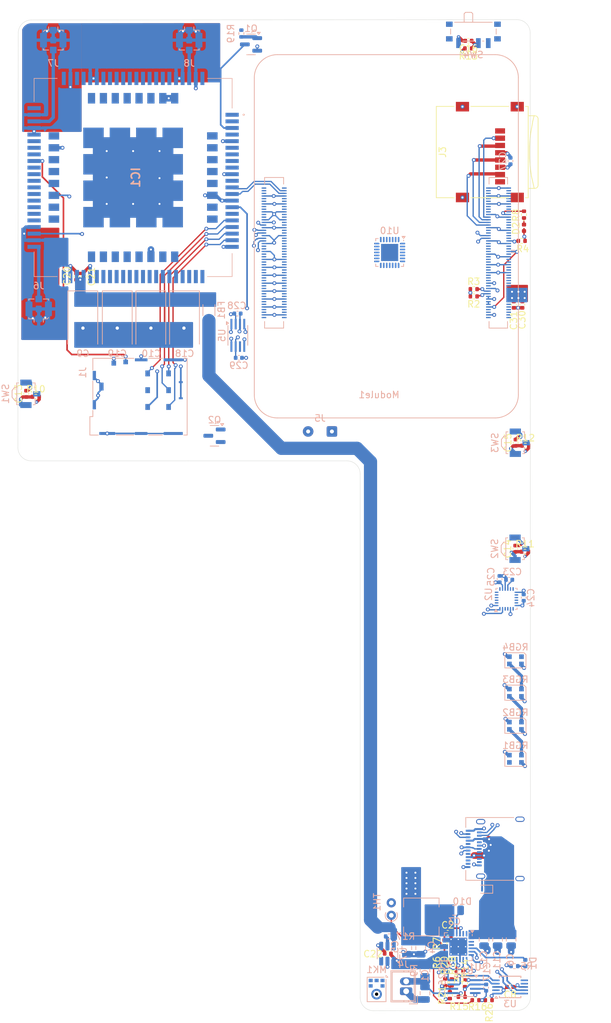
<source format=kicad_pcb>
(kicad_pcb (version 20241229) (generator "pcbnew") (generator_version "9.0")
  (layers (0 "F.Cu" signal) (4 "In1.Cu" power "GND.Cu") (6 "In2.Cu" signal "HOR") (8 "In3.Cu" power "PWR.Cu") (10 "In4.Cu" signal "VERT") (2 "B.Cu" signal) (13 "F.Paste" user) (15 "B.Paste" user) (5 "F.SilkS" user "F.Silkscreen") (7 "B.SilkS" user "B.Silkscreen") (1 "F.Mask" user) (3 "B.Mask" user) (25 "Edge.Cuts" user))
  (net 0 "")
  (net 1 "V_BAT")
  (net 2 "GND")
  (net 3 "Net-(U1-REGN)")
  (net 4 "Net-(U1-BTST)")
  (net 5 "Net-(C3-Pad1)")
  (net 6 "BTTN_unlock")
  (net 7 "BTTN_VOL_+")
  (net 8 "BTTN_VOL_-")
  (net 9 "SW_silent")
  (net 10 "Net-(D1-K)")
  (net 11 "Net-(D1-A)")
  (net 12 "Net-(D2-K)")
  (net 13 "+3.3V")
  (net 14 "Net-(U1-ILIM)")
  (net 15 "+3V3")
  (net 16 "Net-(U1-TS)")
  (net 17 "LED_nACT")
  (net 22 "PCIe_CLK_P")
  (net 23 "HDMI1_HOTPLUG")
  (net 24 "MIPI0_D2_N")
  (net 25 "MIPI1_D3_P")
  (net 27 "PCIe_RX_N")
  (net 28 "MIPI1_D1_N")
  (net 29 "HDMI1_TX2_N")
  (net 31 "Fan_Tacho")
  (net 32 "MIPI1_D2_N")
  (net 33 "GPIO17")
  (net 36 "DBG_UART_2")
  (net 37 "USB3-1-TX_N")
  (net 38 "HDMI1_TX0_N")
  (net 39 "USB3-1-RX_N")
  (net 40 "RTC_BAT")
  (net 41 "MIPI0_D0_N")
  (net 42 "GPIO12")
  (net 44 "HDMI1_CEC")
  (net 46 "GPIO3")
  (net 47 "HDMI1_CLK_N")
  (net 48 "USB3-1-RX_P")
  (net 50 "GPIO27")
  (net 51 "PCIE_PWR_EN")
  (net 52 "PCIe_CLK_nREQ")
  (net 53 "MIPI0_C_P")
  (net 55 "GPIO10")
  (net 56 "USB3-1-TX_P")
  (net 57 "HDMI1_SCL")
  (net 58 "CAM_GPIO0")
  (net 59 "GPIO16")
  (net 61 "GPIO20")
  (net 62 "MIPI0_D3_P")
  (net 63 "MIPI1_C_N")
  (net 64 "GPIO4")
  (net 65 "HDMI1_TX1_N")
  (net 66 "MIPI1_D1_P")
  (net 67 "USB3_VBUS_EN ")
  (net 68 "PCIe_RX_P")
  (net 69 "MIPI0_C_N")
  (net 72 "GPIO21")
  (net 73 "GPIO7")
  (net 74 "MIPI1_D3_N")
  (net 75 "HDMI1_TX0_P")
  (net 76 "LWD_nPWR")
  (net 77 "MIPI1_D0_P")
  (net 78 "MIPI1_D2_P")
  (net 79 "USB3-1-DP")
  (net 81 "MIPI0_D1_P")
  (net 82 "+1V8")
  (net 83 "MIPI0_D3_N")
  (net 84 "EEPROM_nWP")
  (net 85 "GPIO5")
  (net 86 "MIPI0_D0_P")
  (net 87 "MIPI1_D0_N")
  (net 88 "USB_OTG_ID")
  (net 89 "PCIe_nRST")
  (net 90 "USB3-1-DM")
  (net 92 "HDMI1_TX1_P")
  (net 94 "Net-(Module1A-GPIO23)")
  (net 96 "Fan_PWM")
  (net 98 "PCIe_TX_N")
  (net 99 "PCIE_nWAKE")
  (net 100 "HDMI1_CLK_P")
  (net 101 "MIPI0_D1_N")
  (net 102 "HDMI1_TX2_P")
  (net 103 "ID_SC")
  (net 105 "PCIe_TX_P")
  (net 107 "MIPI0_D2_P")
  (net 108 "GPIO22")
  (net 109 "CAM_GPIO1")
  (net 112 "PCIe_CLK_N")
  (net 115 "MIPI1_C_P")
  (net 117 "PMIC_Enable")
  (net 119 "HDMI1_SDA")
  (net 189 "+1V8_CELL")
  (net 190 "Net-(IC1-USIM_DATA)")
  (net 191 "Net-(IC1-GNSS_ANT)")
  (net 192 "Net-(IC1-USIM_DET~{})")
  (net 193 "Net-(IC1-AUX_ANT)")
  (net 194 "Net-(IC1-USIM_CLK)")
  (net 195 "Net-(IC1-PWRKEY)")
  (net 196 "Net-(IC1-USIM_RST)")
  (net 197 "Net-(IC1-MAIN_ANT)")
  (net 198 "Net-(IC1-USIM_VDD)")
  (net 200 "Net-(Q1-B)")
  (net 201 "Net-(IC1-VBAT_1)")
  (net 204 "Net-(U2-REGOUT)")
  (net 213 "VBUS_DP")
  (net 216 "Net-(J4-Pin_2)")
  (net 217 "Net-(U7-CT)")
  (net 218 "/cellular/MODEM_POWER")
  (net 219 "/cellular/USB2_N")
  (net 220 "/cellular/MODEM_DBG_TX")
  (net 227 "/cellular/MODEM_RING")
  (net 228 "/cellular/USB2_P")
  (net 229 "/cellular/MODEM_DBG_RX")
  (net 231 "/connectors/CC1")
  (net 232 "/connectors/USB3-0-TX_P")
  (net 233 "/connectors/USB3-0-DP")
  (net 234 "/connectors/USB3-0-DN")
  (net 235 "/connectors/USB3-0-RX_N")
  (net 236 "/connectors/CC2")
  (net 237 "/connectors/USB3-0-RX_P")
  (net 238 "/connectors/USB3-0-TX_N")
  (net 239 "DBG_UART_1")
  (net 240 "/controller/SDA0")
  (net 241 "/controller/SCL0")
  (net 242 "Net-(Module1A-BT_nDisable)")
  (net 243 "Net-(U7-QOD)")
  (net 244 "/cellular/MODEM_PWR")
  (net 245 "/sensors/IMU_INT")
  (net 246 "/cellular/SW_MODEM")
  (net 249 "/controller/SCLK")
  (net 250 "/controller/MISO")
  (net 251 "/controller/CS")
  (net 252 "/controller/MOSI")
  (net 253 "GPIO0")
  (net 254 "/controller/UART0_RX")
  (net 255 "/controller/UART0_TX")
  (net 257 "/controller/HDMI0_SDA")
  (net 258 "/controller/HDMI0_CLK_N")
  (net 259 "/controller/HDMI0_SCL")
  (net 260 "/controller/HDMI0_TX0_N")
  (net 261 "/controller/HDMI0_TX1_N")
  (net 262 "/controller/HDMI0_TX2_P")
  (net 263 "/controller/HDMI0_HOTPLUG")
  (net 264 "/controller/HDMI0_CLK_P")
  (net 265 "/controller/HDMI0_TX2_N")
  (net 266 "USBC_D_SWITCH")
  (net 267 "/controller/HDMI0_CEC")
  (net 268 "/controller/HDMI0_TX1_P")
  (net 269 "/controller/HDMI0_TX0_P")
  (net 270 "/controller/GPIO25")
  (net 271 "/human interface/RGB_D_IN")
  (net 272 "Net-(J5-Pin_2)")
  (net 279 "/human interface/VIB")
  (net 309 "Net-(RGB1-DOUT)")
  (net 310 "Net-(RGB2-DOUT)")
  (net 311 "Net-(RGB3-DOUT)")
  (net 313 "Net-(U11A-+)")
  (net 314 "Net-(U11A--)")
  (net 315 "Net-(U11B--)")
  (net 316 "Net-(U3-AIN0)")
  (net 317 "Net-(U3-AIN1)")
  (net 323 "+5V")
  (footprint "Resistor_SMD:R_0402_1005Metric" (layer "F.Cu") (at 138.45 176.4 -90)
    (property "Reference" "R14")
    (property "Value" "R")
  )
  (footprint "Capacitor_SMD:C_0402_1005Metric" (layer "F.Cu") (at 145.85 73.65 -90)
    (property "Reference" "C31")
    (property "Value" "100nF")
  )
  (footprint "Capacitor_SMD:C_0402_1005Metric" (layer "F.Cu") (at 126.77 171.9 180)
    (property "Reference" "C22")
    (property "Value" "100nF")
  )
  (footprint "Connector_Card:microSD_HC_Wuerth_693072010801" (layer "F.Cu") (at 142.2275 50.55 -90)
    (property "Reference" "J3")
    (property "Value" "Micro_SD_Card")
  )
  (footprint "Capacitor_SMD:C_0402_1005Metric" (layer "F.Cu") (at 146.135 94.555 90)
    (property "Reference" "C15")
    (property "Value" "C")
  )
  (footprint "Resistor_SMD:R_0402_1005Metric" (layer "F.Cu") (at 139.785 71.3 180)
    (property "Reference" "R3")
    (property "Value" "R")
  )
  (footprint "Resistor_SMD:R_0402_1005Metric" (layer "F.Cu") (at 138.965 34.85 180)
    (property "Reference" "R13")
    (property "Value" "R")
  )
  (footprint "Resistor_SMD:R_0402_1005Metric" (layer "F.Cu") (at 147.545 111.055)
    (property "Reference" "R11")
    (property "Value" "R")
  )
  (footprint "Capacitor_SMD:C_0402_1005Metric" (layer "F.Cu") (at 147.15 73.65 -90)
    (property "Reference" "C30")
    (property "Value" "100nF")
  )
  (footprint "Resistor_SMD:R_0402_1005Metric" (layer "F.Cu") (at 73.45 87.6)
    (property "Reference" "R10")
    (property "Value" "R")
  )
  (footprint "Resistor_SMD:R_0402_1005Metric" (layer "F.Cu") (at 135.45 176.25 90)
    (property "Reference" "R20")
    (property "Value" "R")
  )
  (footprint "Resistor_SMD:R_0402_1005Metric" (layer "F.Cu") (at 135.35 173.25 90)
    (property "Reference" "R6")
    (property "Value" "R")
  )
  (footprint "LED_SMD:LED_0402_1005Metric" (layer "F.Cu") (at 147.4 62.0175 -90)
    (property "Reference" "D2")
    (property "Value" "LED")
  )
  (footprint "Capacitor_SMD:C_0402_1005Metric" (layer "F.Cu") (at 145.3 176.95 180)
    (property "Reference" "C8")
    (property "Value" "C")
  )
  (footprint "Resistor_SMD:R_0402_1005Metric" (layer "F.Cu") (at 137.97 178.45 180)
    (property "Reference" "R15")
    (property "Value" "R")
  )
  (footprint "Resistor_SMD:R_0402_1005Metric" (layer "F.Cu") (at 140.07 178.95 180)
    (property "Reference" "R16")
    (property "Value" "R")
  )
  (footprint "Resistor_SMD:R_0402_1005Metric" (layer "F.Cu") (at 137.65 174.5 180)
    (property "Reference" "R1")
    (property "Value" "R")
  )
  (footprint "Resistor_SMD:R_0402_1005Metric" (layer "F.Cu") (at 147.4 60.0175 -90)
    (property "Reference" "R8")
    (property "Value" "R")
  )
  (footprint "Capacitor_SMD:C_0402_1005Metric" (layer "F.Cu") (at 146.095 110.605 90)
    (property "Reference" "C14")
    (property "Value" "C")
  )
  (footprint "Capacitor_SMD:C_0402_1005Metric" (layer "F.Cu") (at 80.685 69.4 90)
    (property "Reference" "C21")
    (property "Value" "100nF")
  )
  (footprint "Resistor_SMD:R_0402_1005Metric" (layer "F.Cu") (at 139.785 72.4 180)
    (property "Reference" "R2")
    (property "Value" "R")
  )
  (footprint "Resistor_SMD:R_0402_1005Metric" (layer "F.Cu") (at 135.35 170.35 90)
    (property "Reference" "R7")
    (property "Value" "R")
  )
  (footprint "Resistor_SMD:R_0402_1005Metric" (layer "F.Cu") (at 147.605 95.005)
    (property "Reference" "R12")
    (property "Value" "R")
  )
  (footprint "Capacitor_SMD:C_0402_1005Metric" (layer "F.Cu") (at 72 87.15 90)
    (property "Reference" "C13")
    (property "Value" "C")
  )
  (footprint "Resistor_SMD:R_0402_1005Metric" (layer "F.Cu") (at 142.05 178.95)
    (property "Reference" "R26")
    (property "Value" "R")
  )
  (footprint "Resistor_SMD:R_0402_1005Metric" (layer "F.Cu") (at 136.17 178.2 90)
    (property "Reference" "R21")
    (property "Value" "R")
  )
  (footprint "Capacitor_SMD:C_0402_1005Metric" (layer "F.Cu") (at 79.585 69.4 90)
    (property "Reference" "C20")
    (property "Value" "100nF")
  )
  (footprint "Resistor_SMD:R_0402_1005Metric" (layer "F.Cu") (at 136.45 176.25 90)
    (property "Reference" "R18")
    (property "Value" "R")
  )
  (footprint "Capacitor_SMD:C_0402_1005Metric" (layer "F.Cu") (at 135.85 168.75)
    (property "Reference" "C2")
    (property "Value" "C")
  )
  (footprint "Resistor_SMD:R_0402_1005Metric" (layer "F.Cu") (at 147.05 64)
    (property "Reference" "R4")
    (property "Value" "R")
  )
  (footprint "Capacitor_SMD:C_0402_1005Metric" (layer "F.Cu") (at 138.985 33.7 180)
    (property "Reference" "C16")
    (property "Value" "C")
  )
  (footprint "Package_SO:SSOP-8_2.95x2.8mm_P0.65mm" (layer "B.Cu") (at 104.05 78.3 -90)
    (property "Reference" "U5")
    (property "Value" "TXS0102DCT")
  )
  (footprint "Package_SO:SSOP-8_2.95x2.8mm_P0.65mm" (layer "B.Cu") (at 138.32 176.9 180)
    (property "Reference" "U11")
    (property "Value" "OPA2197xDGK")
  )
  (footprint "Connector_JAE:JAE_SIM_Card_SF72S006" (layer "B.Cu") (at 91.1 86.6 90)
    (property "Reference" "J1")
    (property "Value" "JAE_SIM_Card_SF72S006")
  )
  (footprint "Capacitor_SMD:C_0402_1005Metric" (layer "B.Cu") (at 141.67 177.05 90)
    (property "Reference" "C17")
    (property "Value" "C")
  )
  (footprint "Sensor_Audio:InvenSense_ICS-43434-6_3.5x2.65mm" (layer "B.Cu") (at 125.07 177.3325 180)
    (property "Reference" "MK1")
    (property "Value" "ICS-43434")
  )
  (footprint "Resistor_SMD:R_0402_1005Metric" (layer "B.Cu") (at 145.95 173.8)
    (property "Reference" "R5")
    (property "Value" "R")
  )
  (footprint "Inductor_SMD:L_Changjiang_FXL0518" (layer "B.Cu") (at 131.85 166.35 180)
    (property "Reference" "L1" (hide yes))
    (property "Value" "L")
  )
  (footprint "Package_DFN_QFN:Texas_RTW_WQFN-24-1EP_4x4mm_P0.5mm_EP2.7x2.7mm_ThermalVias" (layer "B.Cu") (at 137.45 170.85 180)
    (property "Reference" "U1")
    (property "Value" "BQ25895RTW")
  )
  (footprint "Connector_Wuerth:Wuerth_WR-WTB_64800211622_1x02_P1.50mm_Vertical" (layer "B.Cu") (at 129.55 177.6 90)
    (property "Reference" "J4")
    (property "Value" "Battery")
  )
  (footprint "Resistor_SMD:R_0402_1005Metric" (layer "B.Cu") (at 126.95 169.3 180)
    (property "Reference" "R17")
    (property "Value" "R")
  )
  (footprint "LED_SMD:LED_WS2812B-2020_PLCC4_2.0x2.0mm" (layer "B.Cu") (at 146.1 127.5 180)
    (property "Reference" "RGB4")
    (property "Value" "WS2812B-2020")
  )
  (footprint "Sensor_Motion:InvenSense_QFN-24_3x3mm_P0.4mm" (layer "B.Cu") (at 144.75 118.2)
    (property "Reference" "U2")
    (property "Value" "MPU-9250")
  )
  (footprint "Button_Switch_SMD:SW_SPDT_PCM12" (layer "B.Cu") (at 139.735 32.625)
    (property "Reference" "SW4")
    (property "Value" "SW_SPST")
  )
  (footprint "Capacitor_SMD:C_0805_2012Metric" (layer "B.Cu") (at 141.35 169.75 90)
    (property "Reference" "C12")
    (property "Value" "C")
  )
  (footprint "Connector_Coaxial:U.FL_Molex_MCRF_73412-0110_Vertical" (layer "B.Cu") (at 76.085 33.6 180)
    (property "Reference" "J7")
    (property "Value" "conn_coax")
  )
  (footprint "Package_TO_SOT_SMD:SOT-23" (layer "B.Cu") (at 100.5125 93.5 180)
    (property "Reference" "Q2")
    (property "Value" "BC848")
  )
  (footprint "LED_SMD:LED_WS2812B-2020_PLCC4_2.0x2.0mm" (layer "B.Cu") (at 146.1 142.4 180)
    (property "Reference" "RGB1")
    (property "Value" "WS2812B-2020")
  )
  (footprint "Capacitor_Tantalum_SMD:CP_EIA-7343-31_Kemet-D" (layer "B.Cu") (at 95.97 75.98 -90)
    (property "Reference" "C18")
    (property "Value" "100µF")
  )
  (footprint "LED_SMD:LED_WS2812B-2020_PLCC4_2.0x2.0mm" (layer "B.Cu") (at 146.1 132.4 180)
    (property "Reference" "RGB3")
    (property "Value" "WS2812B-2020")
  )
  (footprint "Capacitor_SMD:C_0402_1005Metric" (layer "B.Cu") (at 145.15 115.3 180)
    (property "Reference" "C23")
    (property "Value" "100nF")
  )
  (footprint "Connector_Wire:SolderWire-0.1sqmm_1x02_P3.6mm_D0.4mm_OD1mm" (layer "B.Cu") (at 118.3 92.85 180)
    (property "Reference" "J5")
    (property "Value" "VIB")
  )
  (footprint "Inductor_SMD:L_1206_3216Metric" (layer "B.Cu") (at 99.67 74.48 90)
    (property "Reference" "FB1")
    (property "Value" "FerriteBead")
  )
  (footprint "Capacitor_SMD:C_0402_1005Metric" (layer "B.Cu") (at 104 75)
    (property "Reference" "C28")
    (property "Value" "C")
  )
  (footprint "Capacitor_SMD:C_0805_2012Metric" (layer "B.Cu") (at 131.75 171.05 -90)
    (property "Reference" "C4")
    (property "Value" "C")
  )
  (footprint "Button_Switch_SMD:SW_SPST_B3U-3100P" (layer "B.Cu") (at 146.905 94.555 -90)
    (property "Reference" "SW3")
    (property "Value" "SW_Push")
  )
  (footprint "LED_SMD:LED_0402_1005Metric" (layer "B.Cu") (at 147.6 173.3325 90)
    (property "Reference" "D1")
    (property "Value" "LED")
  )
  (footprint "Connector_Coaxial:U.FL_Molex_MCRF_73412-0110_Vertical" (layer "B.Cu") (at 96.685 33.6 180)
    (property "Reference" "J8")
    (property "Value" "conn_coax")
  )
  (footprint "Button_Switch_SMD:SW_SPST_B3U-3100P" (layer "B.Cu") (at 146.865 110.605 -90)
    (property "Reference" "SW2")
    (property "Value" "SW_Push")
  )
  (footprint "Resistor_SMD:R_0805_2012Metric" (layer "B.Cu") (at 132.4 174.45 -90)
    (property "Reference" "R9")
    (property "Value" "R")
  )
  (footprint "Package_SO:TSSOP-10_3x3mm_P0.5mm" (layer "B.Cu") (at 145.3 176.95)
    (property "Reference" "U3")
    (property "Value" "ADS1013IDGS")
  )
  (footprint "Capacitor_SMD:C_0805_2012Metric" (layer "B.Cu") (at 136.85 165.35)
    (property "Reference" "C3")
    (property "Value" "C")
  )
  (footprint "Package_TO_SOT_SMD:SOT-23-6" (layer "B.Cu") (at 126.72 171.9 90)
    (property "Reference" "U7")
    (property "Value" "TPS22917DBV")
  )
  (footprint "Button_Switch_SMD:SW_SPST_B3U-3100P" (layer "B.Cu") (at 72.77 87.15 -90)
    (property "Reference" "SW1")
    (property "Value" "SW_Push")
  )
  (footprint "Capacitor_SMD:C_0402_1005Metric" (layer "B.Cu") (at 134.97 177.65 -90)
    (property "Reference" "C26")
    (property "Value" "C")
  )
  (footprint "Resistor_THT:R_Axial_DIN0204_L3.6mm_D1.6mm_P1.90mm_Vertical" (layer "B.Cu") (at 127.3 166.105 90)
    (property "Reference" "TH1")
    (property "Value" "Thermistor_NTC")
  )
  (footprint "Package_TO_SOT_SMD:SOT-23" (layer "B.Cu") (at 106.05 34.25 180)
    (property "Reference" "Q1")
    (property "Value" "BC848")
  )
  (footprint "Capacitor_SMD:C_0402_1005Metric" (layer "B.Cu") (at 145.35 51.9 -90)
    (property "Reference" "C27")
    (property "Value" "C")
  )
  (footprint "Capacitor_SMD:C_0805_2012Metric" (layer "B.Cu") (at 143.4 169.75 90)
    (property "Reference" "C11")
    (property "Value" "C")
  )
  (footprint "Capacitor_SMD:C_0402_1005Metric" (layer "B.Cu") (at 104.2 81.7)
    (property "Reference" "C29")
    (property "Value" "C")
  )
  (footprint "CM5IO:Raspberry-Pi-5-Compute-Module" (layer "B.Cu") (at 143.045 87.3 180)
    (property "Reference" "Module1")
    (property "Value" "ComputeModule5-CM5")
  )
  (footprint "Diode_SMD:Nexperia_DSN1608-2_1.6x0.8mm" (layer "B.Cu") (at 141.65 162.15 180)
    (property "Reference" "D10")
    (property "Value" "12V")
  )
  (footprint "Capacitor_SMD:C_0402_1005Metric" (layer "B.Cu") (at 147.35 118 -90)
    (property "Reference" "C24")
    (property "Value" "100nF")
  )
  (footprint "Capacitor_Tantalum_SMD:CP_EIA-7343-31_Kemet-D" (layer "B.Cu") (at 90.87 75.98 -90)
    (property "Reference" "C10")
    (property "Value" "100µF")
  )
  (footprint "Capacitor_SMD:C_0805_2012Metric" (layer "B.Cu") (at 129.65 171.05 -90)
    (property "Reference" "C5")
    (property "Value" "C")
  )
  (footprint "Capacitor_SMD:C_0402_1005Metric" (layer "B.Cu") (at 135.4 174.7 180)
    (property "Reference" "C7")
    (property "Value" "C")
  )
  (footprint "Capacitor_Tantalum_SMD:CP_EIA-7343-31_Kemet-D" (layer "B.Cu") (at 80.57 75.98 -90)
    (property "Reference" "C9")
    (property "Value" "100µF")
  )
  (footprint "Capacitor_Tantalum_SMD:CP_EIA-7343-31_Kemet-D" (layer "B.Cu") (at 85.785 75.98 -90)
    (property "Reference" "C19")
    (property "Value" "100µF")
  )
  (footprint "Package_DFN_QFN:QFN-28-1EP_4x4mm_P0.45mm_EP2.6x2.6mm" (layer "B.Cu") (at 127.05 65.75 180)
    (property "Reference" "U10")
    (property "Value" "ES8388")
  )
  (footprint "Capacitor_SMD:C_0805_2012Metric" (layer "B.Cu") (at 145.45 169.75 90)
    (property "Reference" "C6")
    (property "Value" "C")
  )
  (footprint "Connector_Coaxial:U.FL_Molex_MCRF_73412-0110_Vertical" (layer "B.Cu") (at 73.885 74.3)
    (property "Reference" "J6")
    (property "Value" "conn_coax")
  )
  (footprint "LED_SMD:LED_WS2812B-2020_PLCC4_2.0x2.0mm" (layer "B.Cu") (at 146.1 137.4 180)
    (property "Reference" "RGB2")
    (property "Value" "WS2812B-2020")
  )
  (footprint "Resistor_SMD:R_0402_1005Metric" (layer "B.Cu") (at 104.5875 32.6 90)
    (property "Reference" "R19")
    (property "Value" "R")
  )
  (footprint "Connector_USB:USB_C_Receptacle_Amphenol_12401610E4-2A" (layer "B.Cu") (at 143.95 156.05 -90)
    (property "Reference" "J2" (hide yes))
    (property "Value" "USB_C_Receptacle")
  )
  (footprint "Capacitor_SMD:C_0402_1005Metric" (layer "B.Cu") (at 143.7 115.2 90)
    (property "Reference" "C25")
    (property "Value" "100nF")
  )
  (footprint "SIM7600:SIM7600GH" (layer "B.Cu") (at 88.185 54.4 90)
    (property "Reference" "IC1")
    (property "Value" "SIM7600G-H" (hide yes))
  )
  (footprint "Capacitor_SMD:C_0805_2012Metric" (layer "B.Cu") (at 132.4 177.9 -90)
    (property "Reference" "C1")
    (property "Value" "C")
  )
  (gr_rect (start 144.85 70.75) (end 147.9 73.15) (stroke (width 0.2)) (fill yes) (layer "F.Cu") (net 323))
  (gr_rect (start 79.37 71.88) (end 100.67 73.88) (stroke (width 0.2)) (fill yes) (layer "B.Cu") (net 201))
  (gr_poly (pts (xy 132.4 170.55) (xy 132.4 169.35) (xy 131.7 169.35) (xy 131.7 158.9) (xy 128.9 158.9) (xy 128.9 170.55)) (stroke (width 0.2)) (fill yes) (layer "B.Cu") (net 323))
  (gr_poly (pts (xy 135.8 171.15) (xy 133.442308 171.15) (xy 132.4 170.55) (xy 132.4 169.35) (xy 134.65 169.55) (xy 134.65 170.55) (xy 135.8 170.55)) (stroke (width 0.2)) (fill yes) (layer "B.Cu") (net 323))
  (gr_poly (pts (xy 136.75 169.15) (xy 136.75 164.55) (xy 132.45 164.55) (xy 132.45 168.75) (xy 132.6 169) (xy 134.75 169.2) (xy 136.75 169.2)) (stroke (width 0.2)) (fill yes) (layer "B.Cu") (net 5))
  (gr_rect (start 144.835 71.2) (end 147.835 73.2) (stroke (width 0.2)) (fill yes) (layer "B.Cu") (net 323))
  (gr_rect (start 129.1 171.65) (end 132.35 172.35) (stroke (width 0.2)) (fill yes) (layer "B.Cu") (net 2))
  (gr_rect (start 79.37 76.38) (end 97.17 80.08) (stroke (width 0.2)) (fill yes) (layer "B.Cu") (net 2))
  (gr_rect (start 82.185 48.4) (end 94.185 60.4) (stroke (width 0.2)) (fill yes) (layer "B.Cu") (net 2))
  (gr_poly (pts (xy 127.4 174.15) (xy 127.4 172.85) (xy 132.615999 172.85) (xy 134.8 171.55) (xy 135.8 171.55) (xy 135.8 174.15)) (stroke (width 0.2)) (fill yes) (layer "B.Cu") (net 1))
  (gr_rect (start 135.2 169.6) (end 136.35 170.1) (stroke (width 0.2)) (fill yes) (layer "B.Cu") (net 2))
  (gr_rect (start 79.485 69.9) (end 80.885 72.2) (stroke (width 0.2)) (fill yes) (layer "B.Cu") (net 201))
  (gr_rect (start 139.1 168.425) (end 146.15 169.6) (stroke (width 0.2)) (fill yes) (layer "B.Cu") (net 213))
  (gr_line (start 146.035 65.8) (end 145.485 65.8) (stroke (width 0.1)) (layer "B.SilkS"))
  (gr_line (start 146.035 65.4) (end 145.485 65.4) (stroke (width 0.1)) (layer "B.SilkS"))
  (gr_arc (start 124.588744 180.546117) (mid 123.172018 179.961705) (end 122.584868 178.54612) (stroke (width 0.05)) (layer "Edge.Cuts"))
  (gr_line (start 148.384202 178.503207) (end 148.335535 32.500622) (stroke (width 0.05)) (layer "Edge.Cuts"))
  (gr_arc (start 148.384202 178.503207) (mid 147.800026 179.916474) (end 146.388079 180.50387) (stroke (width 0.05)) (layer "Edge.Cuts"))
  (gr_arc (start 120.584868 97.3) (mid 121.999082 97.885786) (end 122.584868 99.3) (stroke (width 0.05)) (layer "Edge.Cuts"))
  (gr_line (start 96.535 97.3) (end 96.535 97.3) (stroke (width 0.05)) (layer "Edge.Cuts"))
  (gr_line (start 146.334246 30.50129) (end 72.782061 30.548712) (stroke (width 0.05)) (layer "Edge.Cuts"))
  (gr_line (start 72.735666 97.3) (end 120.584868 97.3) (stroke (width 0.05)) (layer "Edge.Cuts"))
  (gr_arc (start 72.735666 97.3) (mid 71.320916 96.713675) (end 70.735667 95.29848) (stroke (width 0.05)) (layer "Edge.Cuts"))
  (gr_line (start 70.78335 32.547192) (end 70.735667 95.29848) (stroke (width 0.05)) (layer "Edge.Cuts"))
  (gr_arc (start 146.334246 30.50129) (mid 147.749046 31.086378) (end 148.335535 32.500622) (stroke (width 0.05)) (layer "Edge.Cuts"))
  (gr_line (start 124.588744 180.546117) (end 146.388079 180.50387) (stroke (width 0.05)) (layer "Edge.Cuts"))
  (gr_line (start 122.584868 99.3) (end 122.584868 178.54612) (stroke (width 0.05)) (layer "Edge.Cuts"))
  (gr_arc (start 70.78335 32.547192) (mid 71.369212 31.134402) (end 72.782061 30.548712) (stroke (width 0.05)) (layer "Edge.Cuts"))
  (segment (start 139.109 179.401) (end 134.851 179.401) (width 0.2) (layer "F.Cu") (net 1))
  (segment (start 133.7 178.25) (end 133.7 173.75) (width 0.2) (layer "F.Cu") (net 1))
  (segment (start 134.851 179.401) (end 133.7 178.25) (width 0.2) (layer "F.Cu") (net 1))
  (segment (start 127.25 171.9) (end 127.25 172.1) (width 0.5) (layer "F.Cu") (net 1))
  (segment (start 139.56 178.95) (end 139.109 179.401) (width 0.2) (layer "F.Cu") (net 1))
  (segment (start 127.25 172.1) (end 128.125 172.975) (width 0.5) (layer "F.Cu") (net 1))
  (segment (start 128.125 172.975) (end 128.15 173) (width 0.5) (layer "F.Cu") (net 1))
  (via (at 128.125 172.975) (size 0.6) (drill 0.3) (layers "F.Cu" "B.Cu") (net 1))
  (via (at 133.7 173.75) (size 0.6) (drill 0.3) (layers "F.Cu" "B.Cu") (net 1))
  (segment (start 137.722124 174.3) (end 136.5 174.3) (width 0.2) (layer "B.Cu") (net 1))
  (segment (start 138.2 173.822124) (end 137.722124 174.3) (width 0.2) (layer "B.Cu") (net 1))
  (segment (start 136.5 174.3) (end 136.25 174.05) (width 0.2) (layer "B.Cu") (net 1))
  (segment (start 138.2 172.8125) (end 138.2 173.822124) (width 0.2) (layer "B.Cu") (net 1))
  (segment (start 132.8 174.05) (end 131.6 172.85) (width 0.2) (layer "B.Cu") (net 1))
  (segment (start 136.25 174.05) (end 132.8 174.05) (width 0.2) (layer "B.Cu") (net 1))
  (segment (start 131.6 172.85) (end 133.7 172.85) (width 0.2) (layer "B.Cu") (net 1))
  (segment (start 138.085 33.7) (end 137.485 33.1) (width 0.5) (layer "F.Cu") (net 2))
  (segment (start 135.64 178.71) (end 135.55 178.8) (width 0.25) (layer "F.Cu") (net 2))
  (segment (start 144.82 176.95) (end 144.8 176.95) (width 0.25) (layer "F.Cu") (net 2))
  (segment (start 146.905 93.705) (end 146.505 93.705) (width 0.5) (layer "F.Cu") (net 2))
  (segment (start 146.505 93.705) (end 146.135 94.075) (width 0.5) (layer "F.Cu") (net 2))
  (segment (start 142.56 178.95) (end 142.56 178.36) (width 0.2) (layer "F.Cu") (net 2))
  (segment (start 80.685 68.92) (end 80.685 68.8) (width 0.5) (layer "F.Cu") (net 2))
  (segment (start 134.496383 174.749999) (end 134.950001 174.749999) (width 0.25) (layer "F.Cu") (net 2))
  (segment (start 147.15 74.13) (end 146.5 74.13) (width 0.5) (layer "F.Cu") (net 2))
  (segment (start 79.585 68.92) (end 79.585 68.7) (width 0.5) (layer "F.Cu") (net 2))
  (segment (start 134.950001 174.749999) (end 135.35 174.35) (width 0.25) (layer "F.Cu") (net 2))
  (segment (start 142.56 178.36) (end 142.5 178.3) (width 0.2) (layer "F.Cu") (net 2))
  (segment (start 144.9 52.9) (end 144.85 52.85) (width 0.5) (layer "F.Cu") (net 2))
  (segment (start 146.095 110.125) (end 146.725 110.125) (width 0.5) (layer "F.Cu") (net 2))
  (segment (start 144.8 176.95) (end 144.3 177.45) (width 0.25) (layer "F.Cu") (net 2))
  (segment (start 138.85 174.5) (end 138.16 174.5) (width 0.25) (layer "F.Cu") (net 2))
  (segment (start 136.35 169.75) (end 136.35 168.77) (width 0.5) (layer "F.Cu") (net 2))
  (segment (start 136.17 178.71) (end 135.64 178.71) (width 0.25) (layer "F.Cu") (net 2))
  (segment (start 144.85 52.85) (end 143.7775 52.85) (width 0.5) (layer "F.Cu") (net 2))
  (segment (start 136.35 168.77) (end 136.33 168.75) (width 0.5) (layer "F.Cu") (net 2))
  (segment (start 80.685 68.92) (end 79.585 68.92) (width 0.5) (layer "F.Cu") (net 2))
  (segment (start 80.685 68.8) (end 81.685 67.8) (width 0.5) (layer "F.Cu") (net 2))
  (segment (start 146.5 74.13) (end 145.85 74.13) (width 0.5) (layer "F.Cu") (net 2))
  (segment (start 72.23 86.67) (end 72.65 86.25) (width 0.5) (layer "F.Cu") (net 2))
  (segment (start 79.585 68.7) (end 78.685 67.8) (width 0.5) (layer "F.Cu") (net 2))
  (segment (start 72 86.67) (end 72.23 86.67) (width 0.5) (layer "F.Cu") (net 2))
  (segment (start 135.35 174.35) (end 135.35 173.76) (width 0.25) (layer "F.Cu") (net 2))
  (segment (start 146.725 110.125) (end 147.095 109.755) (width 0.5) (layer "F.Cu") (net 2))
  (segment (start 138.505 33.7) (end 138.085 33.7) (width 0.5) (layer "F.Cu") (net 2))
  (segment (start 140.83 151.91) (end 140.84 151.92) (width 0.25) (layer "F.Cu") (net 2))
  (via (at 109.55 59.95) (size 0.6) (drill 0.3) (layers "F.Cu" "B.Cu") (net 2))
  (via (at 109.585 58.4) (size 0.6) (drill 0.3) (layers "F.Cu" "B.Cu") (net 2))
  (via (at 109.585 69.2) (size 0.6) (drill 0.3) (layers "F.Cu" "B.Cu") (net 2))
  (via (at 96.035 82) (size 0.6) (drill 0.3) (layers "F.Cu" "B.Cu") (net 2))
  (via (at 82.885 87.4) (size 0.6) (drill 0.3) (layers "F.Cu" "B.Cu") (net 2))
  (via (at 143.585 64.2) (size 0.6) (drill 0.3) (layers "F.Cu" "B.Cu") (net 2))
  (via (at 143.55 57.2) (size 0.6) (drill 0.3) (layers "F.Cu" "B.Cu") (net 2))
  (via (at 95.885 77.2) (size 1) (drill 0.5) (layers "F.Cu" "B.Cu") (net 2))
  (via (at 144.3 177.45) (size 0.6) (drill 0.3) (layers "F.Cu" "B.Cu") (net 2))
  (via (at 126.72 173.9) (size 0.6) (drill 0.3) (layers "F.Cu" "B.Cu") (net 2))
  (via (at 109.585 74) (size 0.6) (drill 0.3) (layers "F.Cu" "B.Cu") (net 2))
  (via (at 142.885 75.2) (size 0.6) (drill 0.3) (layers "F.Cu" "B.Cu") (net 2))
  (via (at 97.685 32.3) (size 0.6) (drill 0.3) (layers "F.Cu" "B.Cu") (net 2))
  (via (at 92.185 54.5) (size 0.6) (drill 0.3) (layers "F.Cu" "B.Cu") (net 2))
  (via (at 103 75.1) (size 0.6) (drill 0.3) (layers "F.Cu" "B.Cu") (net 2))
  (via (at 75.135 32.25) (size 0.6) (drill 0.3) (layers "F.Cu" "B.Cu") (net 2))
  (via (at 142.5 178.3) (size 0.6) (drill 0.3) (layers "F.Cu" "B.Cu") (net 2))
  (via (at 146.5 74.13) (size 0.6) (drill 0.3) (layers "F.Cu" "B.Cu") (net 2))
  (via (at 143.4 171.6) (size 0.6) (drill 0.3) (layers "F.Cu" "B.Cu") (net 2))
  (via (at 109.585 68) (size 0.6) (drill 0.3) (layers "F.Cu" "B.Cu") (net 2))
  (via (at 141.85 171.5) (size 0.6) (drill 0.3) (layers "F.Cu" "B.Cu") (net 2))
  (via (at 90.885 65.3) (size 0.6) (drill 0.3) (layers "F.Cu" "B.Cu") (net 2))
  (via (at 92.185 58.4) (size 0.6) (drill 0.3) (layers "F.Cu" "B.Cu") (net 2))
  (via (at 109.585 71.6) (size 0.6) (drill 0.3) (layers "F.Cu" "B.Cu") (net 2))
  (via (at 88.185 50.4) (size 0.6) (drill 0.3) (layers "F.Cu" "B.Cu") (net 2))
  (via (at 105.3 81.7) (size 0.6) (drill 0.3) (layers "F.Cu" "B.Cu") (net 2))
  (via (at 109.585 66.8) (size 0.6) (drill 0.3) (layers "F.Cu" "B.Cu") (net 2))
  (via (at 109.585 70.4) (size 0.6) (drill 0.3) (layers "F.Cu" "B.Cu") (net 2))
  (via (at 145.45 171.65) (size 0.6) (drill 0.3) (layers "F.Cu" "B.Cu") (net 2))
  (via (at 147.5 133.7) (size 0.6) (drill 0.3) (layers "F.Cu" "B.Cu") (net 2))
  (via (at 109.485 57.2) (size 0.6) (drill 0.3) (layers "F.Cu" "B.Cu") (net 2))
  (via (at 88.185 58.4) (size 0.6) (drill 0.3) (layers "F.Cu" "B.Cu") (net 2))
  (via (at 84.26 93.155) (size 0.6) (drill 0.3) (layers "F.Cu" "B.Cu") (net 2))
  (via (at 101.985 53.9) (size 0.6) (drill 0.3) (layers "F.Cu" "B.Cu") (net 2))
  (via (at 146.3775 43.675) (size 0.6) (drill 0.3) (layers "F.Cu" "B.Cu") (net 2))
  (via (at 95.735 32.25) (size 0.6) (drill 0.3) (layers "F.Cu" "B.Cu") (net 2))
  (via (at 138.85 174.5) (size 0.6) (drill 0.3) (layers "F.Cu" "B.Cu") (net 2))
  (via (at 95.185 39.4) (size 0.6) (drill 0.3) (layers "F.Cu" "B.Cu") (net 2))
  (via (at 139.821323 158.39904) (size 0.6) (drill 0.3) (layers "F.Cu" "B.Cu") (net 2))
  (via (at 109.55 64.275) (size 0.6) (drill 0.3) (layers "F.Cu" "B.Cu") (net 2))
  (via (at 138.0775 43.675) (size 0.6) (drill 0.3) (layers "F.Cu" "B.Cu") (net 2))
  (via (at 89.41 81.475) (size 0.6) (drill 0.3) (layers "F.Cu" "B.Cu") (net 2))
  (via (at 146.905 93.705) (size 0.5) (drill 0.2) (layers "F.Cu" "B.Cu") (net 2))
  (via (at 132.45 171.6) (size 0.6) (drill 0.3) (layers "F.Cu" "B.Cu") (net 2))
  (via (at 138.0775 57.425) (size 0.6) (drill 0.3) (layers "F.Cu" "B.Cu") (net 2))
  (via (at 144.35 114.72) (size 0.6) (drill 0.3) (layers "F.Cu" "B.Cu") (net 2))
  (via (at 72.985 75.7) (size 0.6) (drill 0.3) (layers "F.Cu" "B.Cu") (net 2))
  (via (at 143.6 58.4) (size 0.6) (drill 0.3) (layers "F.Cu" "B.Cu") (net 2))
  (via (at 81.685 67.8) (size 0.6) (drill 0.3) (layers "F.Cu" "B.Cu") (net 2))
  (via (at 101.685 57.9) (size 0.6) (drill 0.3) (layers "F.Cu" "B.Cu") (net 2))
  (via (at 97.685 40.9) (size 0.6) (drill 0.3) (layers "F.Cu" "B.Cu") (net 2))
  (via (at 109.585 75.2) (size 0.6) (drill 0.3) (layers "F.Cu" "B.Cu") (net 2))
  (via (at 147.55 143.5) (size 0.6) (drill 0.3) (layers "F.Cu" "B.Cu") (net 2))
  (via (at 109.535 62) (size 0.6) (drill 0.3) (layers "F.Cu" "B.Cu") (net 2))
  (via (at 84.185 54.4) (size 0.6) (drill 0.3) (layers "F.Cu" "B.Cu") (net 2))
  (via (at 85.785 77.2) (size 1) (drill 0.5) (layers "F.Cu" "B.Cu") (net 2))
  (via (at 143.585 56) (size 0.6) (drill 0.3) (layers "F.Cu" "B.Cu") (net 2))
  (via (at 109.585 72.8) (size 0.6) (drill 0.3) (layers "F.Cu" "B.Cu") (net 2))
  (via (at 74.885 75.6) (size 0.6) (drill 0.3) (layers "F.Cu" "B.Cu") (net 2))
  (via (at 140.02 178.18) (size 0.6) (drill 0.3) (layers "F.Cu" "B.Cu") (net 2))
  (via (at 135.55 178.8) (size 0.6) (drill 0.3) (layers "F.Cu" "B.Cu") (net 2))
  (via (at 147.15 119.2) (size 0.6) (drill 0.3) (layers "F.Cu" "B.Cu") (net 2))
  (via (at 77.035 32.25) (size 0.6) (drill 0.3) (layers "F.Cu" "B.Cu") (net 2))
  (via (at 78.685 40.7) (size 0.6) (drill 0.3) (layers "F.Cu" "B.Cu") (net 2))
  (via (at 137.485 33.1) (size 0.5) (drill 0.2) (layers "F.Cu" "B.Cu") (net 2))
  (via (at 143.585 62.2) (size 0.6) (drill 0.3) (layers "F.Cu" "B.Cu") (net 2))
  (via (at 147.55 138.65) (size 0.6) (drill 0.3) (layers "F.Cu" "B.Cu") (net 2))
  (via (at 91.835 83.75) (size 0.6) (drill 0.3) (layers "F.Cu" "B.Cu") (net 2))
  (via (at 99.085 57.1) (size 0.6) (drill 0.3) (layers "F.Cu" "B.Cu") (net 2))
  (via (at 134.496383 174.749999) (size 0.6) (drill 0.3) (layers "F.Cu" "B.Cu") (net 2))
  (via (at 143.485 66.4) (size 0.6) (drill 0.3) (layers "F.Cu" "B.Cu") (net 2))
  (via (at 92.185 50.4) (size 0.6) (drill 0.3) (layers "F.Cu" "B.Cu") (net 2))
  (via (at 72.65 86.25) (size 0.5) (drill 0.2) (layers "F.Cu" "B.Cu") (net 2))
  (via (at 77.485 49.9) (size 0.6) (drill 0.3) (layers "F.Cu" "B.Cu") (net 2))
  (via (at 82.86 85.225) (size 0.6) (drill 0.3) (layers "F.Cu" "B.Cu") (net 2))
  (via (at 73.185 47.4) (size 0.6) (drill 0.3) (layers "F.Cu" "B.Cu") (net 2))
  (via (at 107 34.55) (size 0.6) (drill 0.3) (layers "F.Cu" "B.Cu") (net 2))
  (via (at 85.26 81.825) (size 0.6) (drill 0.3) (layers "F.Cu" "B.Cu") (net 2))
  (via (at 95.41 83) (size 0.6) (drill 0.3) (layers "F.Cu" "B.Cu") (net 2))
  (via (at 144.9 52.9) (size 0.6) (drill 0.3) (layers "F.Cu" "B.Cu") (net 2))
  (via (at 82.185 39.4) (size 0.6) (drill 0.3) (layers "F.Cu" "B.Cu") (net 2))
  (via (at 101.785 48.9) (size 0.6) (drill 0.3) (layers "F.Cu" "B.Cu") (net 2))
  (via (at 147.095 109.755) (size 0.5) (drill 0.2) (layers "F.Cu" "B.Cu") (net 2))
  (via (at 143.3675 60.2825) (size 0.6) (drill 0.3) (layers "F.Cu" "B.Cu") (net 2))
  (via (at 143.485 68.8) (size 0.6) (drill 0.3) (layers "F.Cu" "B.Cu") (net 2))
  (via (at 71.685 62.9) (size 0.6) (drill 0.3) (layers "F.Cu" "B.Cu") (net 2))
  (via (at 129.1 171.65) (size 0.6) (drill 0.3) (layers "F.Cu" "B.Cu") (net 2))
  (via (at 84.185 58.4) (size 0.6) (drill 0.3) (layers "F.Cu" "B.Cu") (net 2))
  (via (at 80.585 77.2) (size 1) (drill 0.5) (layers "F.Cu" "B.Cu") (net 2))
  (via (at 145.35 120.5) (size 0.6) (drill 0.3) (layers "F.Cu" "B.Cu") (net 2))
  (via (at 78.685 67.8) (size 0.6) (drill 0.3) (layers "F.Cu" "B.Cu") (net 2))
  (via (at 130.725 172) (size 0.6) (drill 0.3) (layers "F.Cu" "B.Cu") (net 2))
  (via (at 143.485 67.6) (size 0.6) (drill 0.3) (layers "F.Cu" "B.Cu") (net 2))
  (via (at 141.346797 152.95) (size 0.6) (drill 0.3) (layers "F.Cu" "B.Cu") (net 2))
  (via (at 84.185 50.4) (size 0.6) (drill 0.3) (layers "F.Cu" "B.Cu") (net 2))
  (via (at 138.22 158.8) (size 0.6) (drill 0.3) (layers "F.Cu" "B.Cu") (net 2))
  (via (at 147.4 128.65) (size 0.6) (drill 0.3) (layers "F.Cu" "B.Cu") (net 2))
  (via (at 93.585 42.4) (size 0.6) (drill 0.3) (layers "F.Cu" "B.Cu") (net 2))
  (via (at 90.885 77.2) (size 1) (drill 0.5) (layers "F.Cu" "B.Cu") (net 2))
  (via (at 101.885 64.9) (size 0.6) (drill 0.3) (layers "F.Cu" "B.Cu") (net 2))
  (via (at 142.885 70.4) (size 0.6) (drill 0.3) (layers "F.Cu" "B.Cu") (net 2))
  (segment (start 143.785 64.4) (end 143.585 64.2) (width 0.2) (layer "B.Cu") (net 2))
  (segment (start 82.885 87.4) (end 82.885 87) (width 0.25) (layer "B.Cu") (net 2))
  (segment (start 105.3 81.7) (end 104.68 81.7) (width 0.2) (layer "B.Cu") (net 2))
  (segment (start 143.485 66.4) (end 145.085 66.4) (width 0.2) (layer "B.Cu") (net 2))
  (segment (start 145.45 170.7) (end 145.45 171.65) (width 1) (layer "B.Cu") (net 2))
  (segment (start 143.4 170.7) (end 143.4 171.6) (width 1) (layer "B.Cu") (net 2))
  (segment (start 82.885 87.8) (end 82.31 88.375) (width 0.25) (layer "B.Cu") (net 2))
  (segment (start 108.005 68) (end 109.585 68) (width 0.2) (layer "B.Cu") (net 2))
  (segment (start 94.26 93.155) (end 89.41 93.155) (width 0.2) (layer "B.Cu") (net 2))
  (segment (start 109.585 75.2) (end 108.005 75.2) (width 0.2) (layer "B.Cu") (net 2))
  (segment (start 140.02 178.18) (end 140 178.2) (width 0.2) (layer "B.Cu") (net 2))
  (segment (start 111.085 71.6) (end 109.585 71.6) (width 0.2) (layer "B.Cu") (net 2))
  (segment (start 108.005 70.4) (end 109.585 70.4) (width 0.2) (layer "B.Cu") (net 2))
  (segment (start 95.435 85.355) (end 95.41 85.38) (width 0.25) (layer "B.Cu") (net 2))
  (segment (start 96.035 82) (end 94.265 82) (width 0.25) (layer "B.Cu") (net 2))
  (segment (start 106.9875 35.2) (end 106.9875 34.5625) (width 0.25) (layer "B.Cu") (net 2))
  (segment (start 143.485 66.4) (end 143.385 66.4) (width 0.2) (layer "B.Cu") (net 2))
  (segment (start 109.185 64.4) (end 108.005 64.4) (width 0.2) (layer "B.Cu") (net 2))
  (segment (start 94.485 48.1) (end 94.185 48.4) (width 1) (layer "B.Cu") (net 2))
  (segment (start 141.17 153.05) (end 140.63 153.05) (width 0.3) (layer "B.Cu") (net 2))
  (segment (start 143.785 62.4) (end 145.085 62.4) (width 0.2) (layer "B.Cu") (net 2))
  (segment (start 141.05 160.39) (end 140.84 160.18) (width 0.25) (layer "B.Cu") (net 2))
  (segment (start 101.685 57.9) (end 101.535 57.9) (width 0.5) (layer "B.Cu") (net 2))
  (segment (start 75.36 75.125) (end 74.885 75.6) (width 0.5) (layer "B.Cu") (net 2))
  (segment (start 71.835 63.9) (end 73.185 63.9) (width 0.5) (layer "B.Cu") (net 2))
  (segment (start 108.985 65.6) (end 109.585 66.2) (width 0.2) (layer "B.Cu") (net 2))
  (segment (start 108.835 63.2) (end 108.005 63.2) (width 0.2) (layer "B.Cu") (net 2))
  (segment (start 144.55 115.68) (end 144.55 116.7) (width 0.2) (layer "B.Cu") (net 2))
  (segment (start 73.185 47.4) (end 73.185 47.9) (width 0.5) (layer "B.Cu") (net 2))
  (segment (start 93.585 42.4) (end 92.685 42.4) (width 1) (layer "B.Cu") (net 2))
  (segment (start 108.005 65.6) (end 108.985 65.6) (width 0.2) (layer "B.Cu") (net 2))
  (segment (start 89.41 82.005) (end 89.41 81.475) (width 0.25) (layer "B.Cu") (net 2))
  (segment (start 95.41 87.82) (end 95.41 83) (width 0.25) (layer "B.Cu") (net 2))
  (segment (start 140.02 177.875) (end 140.02 178.18) (width 0.2) (layer "B.Cu") (net 2))
  (segment (start 143.585 62.2) (end 143.785 62.4) (width 0.2) (layer "B.Cu") (net 2))
  (segment (start 143.585 56) (end 142.005 56) (width 0.2) (layer "B.Cu") (net 2))
  (segment (start 143.15 176.95) (end 144 176.95) (width 0.25) (layer "B.Cu") (net 2))
  (segment (start 91.835 83.75) (end 91.835 87.66) (width 0.25) (layer "B.Cu") (net 2))
  (segment (start 142.005 62) (end 143.385 62) (width 0.2) (layer "B.Cu") (net 2))
  (segment (start 109.55 59.95) (end 109.2 59.6) (width 0.2) (layer "B.Cu") (net 2))
  (segment (start 147.015 128.05) (end 147.015 128.265) (width 0.5) (layer "B.Cu") (net 2))
  (segment (start 142.005 68.8) (end 143.485 68.8) (width 0.2) (layer "B.Cu") (net 2))
  (segment (start 82.31 84.38) (end 82.31 84.675) (width 0.25) (layer "B.Cu") (net 2))
  (segment (start 94.885 57.1) (end 94.185 56.4) (width 1) (layer "B.Cu") (net 2))
  (segment (start 103.185 64.9) (end 101.885 64.9) (width 0.5) (layer "B.Cu") (net 2))
  (segment (start 108.005 57.2) (end 109.485 57.2) (width 0.2) (layer "B.Cu") (net 2))
  (segment (start 147.35 119) (end 147.15 119.2) (width 0.2) (layer "B.Cu") (net 2))
  (segment (start 143.485 60.4) (end 145.085 60.4) (width 0.2) (layer "B.Cu") (net 2))
  (segment (start 81.685 39.4) (end 82.185 39.4) (width 0.5) (layer "B.Cu") (net 2))
  (segment (start 143.55 57.2) (end 145.085 57.2) (width 0.2) (layer "B.Cu") (net 2))
  (segment (start 71.734 62.851) (end 71.734 62.101) (width 0.5) (layer "B.Cu") (net 2))
  (segment (start 142.985 66) (end 142.005 66) (width 0.2) (layer "B.Cu") (net 2))
  (segment (start 89.41 81.475) (end 89.385 81.45) (width 0.25) (layer "B.Cu") (net 2))
  (segment (start 74.885 75.6) (end 74.685 75.8) (width 0.5) (layer "B.Cu") (net 2))
  (segment (start 109.535 63.9) (end 108.835 63.2) (width 0.2) (layer "B.Cu") (net 2))
  (segment (start 109.585 74) (end 111.085 74) (width 0.2) (layer "B.Cu") (net 2))
  (segment (start 143.085 60) (end 142.005 60) (width 0.2) (layer "B.Cu") (net 2))
  (segment (start 143.6 58.4) (end 142.005 58.4) (width 0.2) (layer "B.Cu") (net 2))
  (segment (start 142.005 75.2) (end 142.885 75.2) (width 0.2) (layer "B.Cu") (net 2))
  (segment (start 77.035 32.25) (end 77.56 32.775) (width 0.5) (layer "B.Cu") (net 2))
  (segment (start 144.9 52.9) (end 145.35 52.45) (width 0.5) (layer "B.Cu") (net 2))
  (segment (start 71.685 62.9) (end 71.734 62.851) (width 0.5) (layer "B.Cu") (net 2))
  (segment (start 110.4 60.8) (end 109.55 59.95) (width 0.2) (layer "B.Cu") (net 2))
  (segment (start 85.26 82.505) (end 85.26 81.825) (width 0.25) (layer "B.Cu") (net 2))
  (segment (start 109.585 72.8) (end 108.005 72.8) (width 0.2) (layer "B.Cu") (net 2))
  (segment (start 71.685 62.9) (end 71.734 62.949) (width 0.5) (layer "B.Cu") (net 2))
  (segment (start 147.015 138.115) (end 147.55 138.65) (width 0.5) (layer "B.Cu") (net 2))
  (segment (start 141.85 171.2) (end 141.85 171.5) (width 1) (layer "B.Cu") (net 2))
  (segment (start 88.350715 93.165715) (end 88.34 93.155) (width 0.25) (layer "B.Cu") (net 2))
  (segment (start 140.028 153.05) (end 140.63 153.05) (width 0.3) (layer "B.Cu") (net 2))
  (segment (start 109.31 64.275) (end 109.185 64.4) (width 0.2) (layer "B.Cu") (net 2))
  (segment (start 83.385 86.5) (end 83.385 86.05) (width 0.25) (layer "B.Cu") (net 2))
  (segment (start 90.885 61.1) (end 90.185 60.4) (width 1) (layer "B.Cu") (net 2))
  (segment (start 109.55 59.95) (end 108.7 60.8) (width 0.2) (layer "B.Cu") (net 2))
  (segment (start 141.346797 152.95) (end 141.326955 152.969842) (width 0.25) (layer "B.Cu") (net 2))
  (segment (start 97.485 32.1) (end 96.685 32.1) (width 0.5) (layer "B.Cu") (net 2))
  (segment (start 76.885 32.1) (end 77.035 32.25) (width 0.5) (layer "B.Cu") (net 2))
  (segment (start 94.685 42.2) (end 94.485 42.4) (width 0.5) (layer "B.Cu") (net 2))
  (segment (start 146.455 92.855) (end 146.905 93.305) (width 0.5) (layer "B.Cu") (net 2))
  (segment (start 147.015 137.95) (end 147.015 138.115) (width 0.5) (layer "B.Cu") (net 2))
  (segment (start 144.67 115.56) (end 144.55 115.68) (width 0.2) (layer "B.Cu") (net 2))
  (segment (start 95.885 32.1) (end 95.735 32.25) (width 0.5) (layer "B.Cu") (net 2))
  (segment (start 144.3 177.45) (end 144.3 177.627) (width 0.25) (layer "B.Cu") (net 2))
  (segment (start 96.685 32.1) (end 95.885 32.1) (width 0.5) (layer "B.Cu") (net 2))
  (segment (start 109.585 70.4) (end 111.085 70.4) (width 0.2) (layer "B.Cu") (net 2))
  (segment (start 111.085 58.4) (end 109.585 58.4) (width 0.2) (layer "B.Cu") (net 2))
  (segment (start 139.948283 158.526) (end 140.606 158.526) (width 0.25) (layer "B.Cu") (net 2))
  (segment (start 143.6 58.4) (end 145.085 58.4) (width 0.2) (layer "B.Cu") (net 2))
  (segment (start 146.245 108.905) (end 147.095 109.755) (width 0.5) (layer "B.Cu") (net 2))
  (segment (start 147.4 128.65) (end 147.45 128.7) (width 0.5) (layer "B.Cu") (net 2))
  (segment (start 71.734 62.949) (end 71.734 63.799) (width 0.5) (layer "B.Cu") (net 2))
  (segment (start 145.085 64.4) (end 143.785 64.4) (width 0.2) (layer "B.Cu") (net 2))
  (segment (start 144.67 115.04) (end 144.67 115.3) (width 0.5) (layer "B.Cu") (net 2))
  (segment (start 130.8 178.85) (end 132.4 178.85) (width 1) (layer "B.Cu") (net 2))
  (segment (start 147.015 142.95) (end 147.015 142.965) (width 0.5) (layer "B.Cu") (net 2))
  (segment (start 71.734 62.101) (end 71.935 61.9) (width 0.5) (layer "B.Cu") (net 2))
  (segment (start 109.485 57.2) (end 111.085 57.2) (width 0.2) (layer "B.Cu") (net 2))
  (segment (start 111.085 72.8) (end 109.585 72.8) (width 0.2) (layer "B.Cu") (net 2))
  (segment (start 82.185 39.4) (end 82.685 39.4) (width 0.5) (layer "B.Cu") (net 2))
  (segment (start 82.885 87.4) (end 82.885 87.8) (width 0.25) (layer "B.Cu") (net 2))
  (segment (start 109.535 62) (end 108.005 62) (width 0.2) (layer "B.Cu") (net 2))
  (segment (start 82.31 84.675) (end 82.86 85.225) (width 0.25) (layer "B.Cu") (net 2))
  (segment (start 145.35 119.7) (end 145.35 120.5) (width 0.2) (layer "B.Cu") (net 2))
  (segment (start 98.16 33.6) (end 98.16 32.775) (width 0.5) (layer "B.Cu") (net 2))
  (segment (start 139.821323 158.39904) (end 139.948283 158.526) (width 0.25) (layer "B.Cu") (net 2))
  (segment (start 109.585 66.2) (end 109.585 66.8) (width 0.2) (layer "B.Cu") (net 2))
  (segment (start 103.5 75.1) (end 103.725 75.325) (width 0.2) (layer "B.Cu") (net 2))
  (segment (start 109.535 64.26) (end 109.535 63.9) (width 0.2) (layer "B.Cu") (net 2))
  (segment (start 141.05 162.15) (end 141.05 160.39) (width 0.25) (layer "B.Cu") (net 2))
  (segment (start 95.185 39.4) (end 95.685 39.4) (width 0.5) (layer "B.Cu") (net 2))
  (segment (start 137.7 172.2) (end 137.45 171.95) (width 0.25) (layer "B.Cu") (net 2))
  (segment (start 76.185 49.9) (end 77.485 49.9) (width 0.5) (layer "B.Cu") (net 2))
  (segment (start 143.55 57.2) (end 142.005 57.2) (width 0.2) (layer "B.Cu") (net 2))
  (segment (start 138.93 158.8) (end 138.22 158.8) (width 0.25) (layer "B.Cu") (net 2))
  (segment (start 103.185 57.9) (end 101.685 57.9) (width 0.5) (layer "B.Cu") (net 2))
  (segment (start 109.585 71.6) (end 108.005 71.6) (width 0.2) (layer "B.Cu") (net 2))
  (segment (start 75.135 32.25) (end 75.285 32.1) (width 0.5) (layer "B.Cu") (net 2))
  (segment (start 142.005 70.4) (end 142.885 70.4) (width 0.2) (layer "B.Cu") (net 2))
  (segment (start 109.535 63.9) (end 110.235 63.2) (width 0.2) (layer "B.Cu") (net 2))
  (segment (start 143.7 114.72) (end 144.35 114.72) (width 0.5) (layer "B.Cu") (net 2))
  (segment (start 73.185 46.9) (end 73.185 47.4) (width 0.5) (layer "B.Cu") (net 2))
  (segment (start 100.185 57.1) (end 99.085 57.1) (width 0.5) (layer "B.Cu") (net 2))
  (segment (start 72.65 85.45) (end 71.95 85.45) (width 0.5) (layer "B.Cu") (net 2))
  (segment (start 108.7 60.8) (end 108.005 60.8) (width 0.2) (layer "B.Cu") (net 2))
  (segment (start 141.21 153.01) (end 141.17 153.05) (width 0.25) (layer "B.Cu") (net 2))
  (segment (start 71.935 61.9) (end 73.185 61.9) (width 0.5) (layer "B.Cu") (net 2))
  (segment (start 72.65 86.25) (end 72.65 85.45) (width 0.5) (layer "B.Cu") (net 2))
  (segment (start 109.585 58.4) (end 108.005 58.4) (width 0.2) (layer "B.Cu") (net 2))
  (segment (start 95.735 32.25) (end 95.21 32.775) (width 0.5) (layer "B.Cu") (net 2))
  (segment (start 81.685 67.8) (end 81.685 69.4) (width 0.5) (layer "B.Cu") (net 2))
  (segment (start 110.235 63.2) (end 111.085 63.2) (width 0.2) (layer "B.Cu") (net 2))
  (segment (start 95.41 83) (end 95.41 85.38) (width 0.25) (layer "B.Cu") (net 2))
  (segment (start 144.3 177.25) (end 144.3 177.45) (width 0.25) (layer "B.Cu") (net 2))
  (segment (start 126.72 173.0375) (end 126.72 173.9) (width 0.5) (layer "B.Cu") (net 2))
  (segment (start 143.485 67.6) (end 142.005 67.6) (width 0.2) (layer "B.Cu") (net 2))
  (segment (start 146.905 93.305) (end 146.905 93.705) (width 0.5) (layer "B.Cu") (net 2))
  (segment (start 71.734 63.799) (end 71.835 63.9) (width 0.5) (layer "B.Cu") (net 2))
  (segment (start 147.015 133.215) (end 147.5 133.7) (width 0.5) (layer "B.Cu") (net 2))
  (segment (start 145.085 67.6) (end 143.485 67.6) (width 0.2) (layer "B.Cu") (net 2))
  (segment (start 144.35 114.72) (end 144.67 115.04) (width 0.5) (layer "B.Cu") (net 2))
  (segment (start 109.55 64.275) (end 109.535 64.26) (width 0.2) (layer "B.Cu") (net 2))
  (segment (start 88.34 93.155) (end 84.26 93.155) (width 0.25) (layer "B.Cu") (net 2))
  (segment (start 82.86 85.225) (end 83.385 85.75) (width 0.25) (layer "B.Cu") (net 2))
  (segment (start 94.265 82) (end 94.26 82.005) (width 0.25) (layer "B.Cu") (net 2))
  (segment (start 108.005 74) (end 109.585 74) (width 0.2) (layer "B.Cu") (net 2))
  (segment (start 94.485 42.4) (end 93.585 42.4) (width 1) (layer "B.Cu") (net 2))
  (segment (start 91.835 87.66) (end 90.39 89.105) (width 0.25) (layer "B.Cu") (net 2))
  (segment (start 78.685 39.4) (end 78.685 40.7) (width 0.5) (layer "B.Cu") (net 2))
  (segment (start 82.31 88.375) (end 82.31 88.8) (width 0.25) (layer "B.Cu") (net 2))
  (segment (start 103.725 75.325) (end 103.725 76.6) (width 0.2) (layer "B.Cu") (net 2))
  (segment (start 142.85 177.95) (end 142.5 178.3) (width 0.2) (layer "B.Cu") (net 2))
  (segment (start 84.26 93.155) (end 89.235 93.155) (width 0.25) (layer "B.Cu") (net 2))
  (segment (start 103 75.1) (end 103.5 75.1) (width 0.2) (layer "B.Cu") (net 2))
  (segment (start 109.585 69.2) (end 108.005 69.2) (width 0.2) (layer "B.Cu") (net 2))
  (segment (start 143.385 62) (end 143.585 62.2) (width 0.2) (layer "B.Cu") (net 2))
  (segment (start 143.15 177.95) (end 142.85 177.95) (width 0.2) (layer "B.Cu") (net 2))
  (segment (start 106.9875 34.5625) (end 107 34.55) (width 0.25) (layer "B.Cu") (net 2))
  (segment (start 140.606 158.526) (end 140.63 158.55) (width 0.25) (layer "B.Cu") (net 2))
  (segment (start 72.985 75.7) (end 72.41 75.125) (width 0.5) (layer "B.Cu") (net 2))
  (segment (start 143.3675 60.2825) (end 143.485 60.4) (width 0.2) (layer "B.Cu") (net 2))
  (segment (start 100.185 57.1) (end 100.637 57.1) (width 0.5) (layer "B.Cu") (net 2))
  (segment (start 76.085 32.1) (end 76.885 32.1) (width 0.5) (layer "B.Cu") (net 2))
  (segment (start 101.535 57.9) (end 100.735 57.1) (width 0.5) (layer "B.Cu") (net 2))
  (segment (start 141.35 170.7) (end 141.85 171.2) (width 1) (layer "B.Cu") (net 2))
  (segment (start 83.385 85.75) (end 83.385 86.05) (width 0.25) (layer "B.Cu") (net 2))
  (segment (start 73.085 75.8) (end 72.985 75.7) (width 0.5) (layer "B.Cu") (net 2))
  (segment (start 78.685 69.4) (end 78.685 67.8) (width 0.5) (layer "B.Cu") (net 2))
  (segment (start 74.61 32.775) (end 75.135 32.25) (width 0.5) (layer "B.Cu") (net 2))
  (segment (start 143.3675 60.2825) (end 143.085 60) (width 0.2) (layer "B.Cu") (net 2))
  (segment (start 146.25 119.2) (end 147.15 119.2) (width 0.2) (layer "B.Cu") (net 2))
  (segment (start 109.535 62) (end 111.085 62) (width 0.2) (layer "B.Cu") (net 2))
  (segment (start 109.585 68) (end 111.085 68) (width 0.2) (layer "B.Cu") (net 2))
  (segment (start 82.885 87) (end 83.385 86.5) (width 0.25) (layer "B.Cu") (net 2))
  (segment (start 109.55 64.275) (end 109.31 64.275) (width 0.2) (layer "B.Cu") (net 2))
  (segment (start 97.685 39.4) (end 97.685 40.9) (width 0.5) (layer "B.Cu") (net 2))
  (segment (start 146.085 92.855) (end 146.455 92.855) (width 0.5) (layer "B.Cu") (net 2))
  (segment (start 137.485 34.055) (end 137.485 33.1) (width 0.5) (layer "B.Cu") (net 2))
  (segment (start 141.220158 152.969842) (end 141.21 152.98) (width 0.25) (layer "B.Cu") (net 2))
  (segment (start 111.085 60.8) (end 110.4 60.8) (width 0.2) (layer "B.Cu") (net 2))
  (segment (start 73.885 75.8) (end 73.085 75.8) (width 0.5) (layer "B.Cu") (net 2))
  (segment (start 100.735 57.1) (end 100.185 57.1) (width 0.5) (layer "B.Cu") (net 2))
  (segment (start 146.045 108.905) (end 146.245 108.905) (width 0.5) (layer "B.Cu") (net 2))
  (segment (start 109.2 59.6) (end 108.005 59.6) (width 0.2) (layer "B.Cu") (net 2))
  (segment (start 141.326955 152.969842) (end 141.220158 152.969842) (width 0.25) (layer "B.Cu") (net 2))
  (segment (start 138.93 153.3) (end 139.778 153.3) (width 0.3) (layer "B.Cu") (net 2))
  (segment (start 111.085 59.6) (end 109.9 59.6) (width 0.2) (layer "B.Cu") (net 2))
  (segment (start 144.3 177.627) (end 143.977 177.95) (width 0.25) (layer "B.Cu") (net 2))
  (segment (start 111.085 66.8) (end 109.585 66.8) (width 0.2) (layer "B.Cu") (net 2))
  (segment (start 111.085 69.2) (end 109.585 69.2) (width 0.2) (layer "B.Cu") (net 2))
  (segment (start 97.685 32.3) (end 97.485 32.1) (width 0.5) (layer "B.Cu") (net 2))
  (segment (start 144.67 115.3) (end 144.67 115.56) (width 0.2) (layer "B.Cu") (net 2))
  (segment (start 143.385 64) (end 142.005 64) (width 0.2) (layer "B.Cu") (net 2))
  (segment (start 75.285 32.1) (end 76.085 32.1) (width 0.5) (layer "B.Cu") (net 2))
  (segment (start 139.778 153.3) (end 140.028 153.05) (width 0.3) (layer "B.Cu") (net 2))
  (segment (start 144 176.95) (end 144.3 177.25) (width 0.25) (layer "B.Cu") (net 2))
  (segment (start 147.015 132.95) (end 147.015 133.215) (width 0.5) (layer "B.Cu") (net 2))
  (segment (start 74.685 75.8) (end 73.885 75.8) (width 0.5) (layer "B.Cu") (net 2))
  (segment (start 90.39 89.105) (end 90.39 89.14) (width 0.25) (layer "B.Cu") (net 2))
  (segment (start 143.977 177.95) (end 143.15 177.95) (width 0.25) (layer "B.Cu") (net 2))
  (segment (start 109.9 59.6) (end 109.55 59.95) (width 0.2) (layer "B.Cu") (net 2))
  (segment (start 147.015 128.265) (end 147.4 128.65) (width 0.5) (layer "B.Cu") (net 2))
  (segment (start 147.35 118.53) (end 147.35 119) (width 0.2) (layer "B.Cu") (net 2))
  (segment (start 103.185 48.9) (end 101.785 48.9) (width 0.5) (layer "B.Cu") (net 2))
  (segment (start 129.55 177.6) (end 130.8 178.85) (width 1) (layer "B.Cu") (net 2))
  (segment (start 111.085 75.2) (end 109.585 75.2) (width 0.2) (layer "B.Cu") (net 2))
  (segment (start 147.015 142.965) (end 147.55 143.5) (width 0.5) (layer "B.Cu") (net 2))
  (segment (start 94.685 39.4) (end 95.185 39.4) (width 0.5) (layer "B.Cu") (net 2))
  (segment (start 145.35 52.45) (end 145.35 52.38) (width 0.5) (layer "B.Cu") (net 2))
  (segment (start 137.7 172.8125) (end 137.7 172.2) (width 0.25) (layer "B.Cu") (net 2))
  (segment (start 90.885 66.4) (end 90.885 65.3) (width 1) (layer "B.Cu") (net 2))
  (segment (start 143.585 64.2) (end 143.385 64) (width 0.2) (layer "B.Cu") (net 2))
  (segment (start 109.585 66.8) (end 108.005 66.8) (width 0.2) (layer "B.Cu") (net 2))
  (segment (start 98.16 32.775) (end 97.685 32.3) (width 0.5) (layer "B.Cu") (net 2))
  (segment (start 143.485 68.8) (end 145.085 68.8) (width 0.2) (layer "B.Cu") (net 2))
  (segment (start 101.985 53.9) (end 103.185 53.9) (width 0.5) (layer "B.Cu") (net 2))
  (segment (start 143.385 66.4) (end 142.985 66) (width 0.2) (layer "B.Cu") (net 2))
  (segment (start 141.21 152.98) (end 141.21 153.01) (width 0.25) (layer "B.Cu") (net 2))
  (segment (start 145.085 56) (end 143.585 56) (width 0.2) (layer "B.Cu") (net 2))
  (segment (start 135.95 168.05) (end 135.37 168.63) (width 0.25) (layer "F.Cu") (net 3))
  (segment (start 137.825 168.05) (end 135.95 168.05) (width 0.25) (layer "F.Cu") (net 3))
  (segment (start 135.35 169.84) (end 135.35 168.77) (width 0.25) (layer "F.Cu") (net 3))
  (segment (start 135.35 168.77) (end 135.37 168.75) (width 0.25) (layer "F.Cu") (net 3))
  (segment (start 135.37 168.63) (end 135.37 168.75) (width 0.25) (layer "F.Cu") (net 3))
  (via (at 137.825 168.05) (size 0.6) (drill 0.3) (layers "F.Cu" "B.Cu") (net 3))
  (segment (start 137.825 168.05) (end 137.7 168.175) (width 0.25) (layer "B.Cu") (net 3))
  (segment (start 137.7 168.175) (end 137.7 168.8875) (width 0.25) (layer "B.Cu") (net 3))
  (segment (start 137.2 166.2) (end 137.8 165.6) (width 0.25) (layer "B.Cu") (net 4))
  (segment (start 137.8 165.6) (end 137.8 165.35) (width 0.25) (layer "B.Cu") (net 4))
  (segment (start 137.2 168.8875) (end 137.2 166.2) (width 0.25) (layer "B.Cu") (net 4))
  (segment (start 144.335 72.55) (end 142.885 74) (width 0.2) (layer "F.Cu") (net 6))
  (segment (start 71.47 87.63) (end 71.15 87.95) (width 0.5) (layer "F.Cu") (net 6))
  (segment (start 72.91 87.63) (end 72.94 87.6) (width 0.5) (layer "F.Cu") (net 6))
  (segment (start 144.335 67.65) (end 144.335 72.55) (width 0.2) (layer "F.Cu") (net 6))
  (segment (start 72 87.63) (end 72.91 87.63) (width 0.5) (layer "F.Cu") (net 6))
  (segment (start 146.335 65.65) (end 144.335 67.65) (width 0.2) (layer "F.Cu") (net 6))
  (segment (start 72 87.63) (end 71.47 87.63) (width 0.5) (layer "F.Cu") (net 6))
  (via (at 142.885 74) (size 0.6) (drill 0.3) (layers "F.Cu" "B.Cu") (net 6))
  (via (at 146.335 65.65) (size 0.6) (drill 0.3) (layers "F.Cu" "B.Cu") (net 6))
  (via (at 71.15 87.95) (size 0.5) (drill 0.2) (layers "F.Cu" "B.Cu") (net 6))
  (segment (start 71.15 87.95) (end 71.15 88.85) (width 0.5) (layer "B.Cu") (net 6))
  (segment (start 71.15 88.85) (end 71.95 88.85) (width 0.5) (layer "B.Cu") (net 6))
  (segment (start 146.335 65.65) (end 146.285 65.6) (width 0.2) (layer "B.Cu") (net 6))
  (segment (start 142.005 74) (end 142.885 74) (width 0.2) (layer "B.Cu") (net 6))
  (segment (start 146.285 65.6) (end 145.085 65.6) (width 0.2) (layer "B.Cu") (net 6))
  (segment (start 145.495 111.155) (end 146.025 111.155) (width 0.5) (layer "F.Cu") (net 7))
  (segment (start 146.025 111.155) (end 146.095 111.085) (width 0.5) (layer "F.Cu") (net 7))
  (segment (start 147.035 111.055) (end 146.125 111.055) (width 0.5) (layer "F.Cu") (net 7))
  (segment (start 146.125 111.055) (end 146.095 111.085) (width 0.5) (layer "F.Cu") (net 7))
  (via (at 145.495 111.155) (size 0.5) (drill 0.2) (layers "F.Cu" "B.Cu") (net 7))
  (segment (start 146.045 111.705) (end 145.495 111.155) (width 0.5) (layer "B.Cu") (net 7))
  (segment (start 146.045 112.305) (end 146.045 111.705) (width 0.5) (layer "B.Cu") (net 7))
  (segment (start 147.095 95.005) (end 146.165 95.005) (width 0.5) (layer "F.Cu") (net 8))
  (segment (start 145.775 95.035) (end 145.38 95.43) (width 0.5) (layer "F.Cu") (net 8))
  (segment (start 146.165 95.005) (end 146.135 95.035) (width 0.5) (layer "F.Cu") (net 8))
  (segment (start 146.135 95.035) (end 145.775 95.035) (width 0.5) (layer "F.Cu") (net 8))
  (via (at 145.38 95.43) (size 0.5) (drill 0.2) (layers "F.Cu" "B.Cu") (net 8))
  (segment (start 146.085 96.135) (end 145.38 95.43) (width 0.5) (layer "B.Cu") (net 8))
  (segment (start 146.085 96.255) (end 146.085 96.135) (width 0.5) (layer "B.Cu") (net 8))
  (segment (start 139.935 34.3) (end 139.935 34.39) (width 0.5) (layer "F.Cu") (net 9))
  (segment (start 139.935 34.3) (end 139.935 34.17) (width 0.5) (layer "F.Cu") (net 9))
  (segment (start 139.935 34.17) (end 139.465 33.7) (width 0.5) (layer "F.Cu") (net 9))
  (segment (start 139.935 34.39) (end 139.475 34.85) (width 0.5) (layer "F.Cu") (net 9))
  (via (at 139.935 34.3) (size 0.5) (drill 0.2) (layers "F.Cu" "B.Cu") (net 9))
  (segment (start 140.24 34.3) (end 139.935 34.3) (width 0.5) (layer "B.Cu") (net 9))
  (segment (start 140.485 34.055) (end 140.24 34.3) (width 0.5) (layer "B.Cu") (net 9))
  (segment (start 146.46 173.8) (end 147.5825 173.8) (width 0.25) (layer "B.Cu") (net 10))
  (segment (start 147.5825 173.8) (end 147.6 173.8175) (width 0.25) (layer "B.Cu") (net 10))
  (segment (start 140.2 171.1) (end 141.6 172.5) (width 0.25) (layer "B.Cu") (net 11))
  (segment (start 139.4125 171.1) (end 140.2 171.1) (width 0.25) (layer "B.Cu") (net 11))
  (segment (start 141.6 172.5) (end 147.2525 172.5) (width 0.25) (layer "B.Cu") (net 11))
  (segment (start 147.2525 172.5) (end 147.6 172.8475) (width 0.25) (layer "B.Cu") (net 11))
  (segment (start 147.39 60.5225) (end 147.4 60.5325) (width 0.2) (layer "F.Cu") (net 12))
  (segment (start 147.39 60.5175) (end 147.39 61.5225) (width 0.2) (layer "F.Cu") (net 12))
  (segment (start 139.275 71.3) (end 139.275 72.3) (width 0.25) (layer "F.Cu") (net 13))
  (segment (start 144.9 50.8) (end 144.75 50.65) (width 0.5) (layer "F.Cu") (net 13))
  (segment (start 147.56 64) (end 147.56 63.46) (width 0.2) (layer "F.Cu") (net 13))
  (segment (start 147.4 62.5025) (end 147.4 63.1175) (width 0.2) (layer "F.Cu") (net 13))
  (segment (start 147.56 63.46) (end 147.45 63.35) (width 0.2) (layer "F.Cu") (net 13))
  (segment (start 139.275 71.3) (end 139.275 71.85) (width 0.25) (layer "F.Cu") (net 13))
  (segment (start 147.4 62.1175) (end 147.4 62.3175) (width 0.2) (layer "F.Cu") (net 13))
  (segment (start 144.75 50.65) (end 143.7775 50.65) (width 0.5) (layer "F.Cu") (net 13))
  (via (at 104.3 77.7) (size 0.6) (drill 0.3) (layers "F.Cu" "B.Cu") (net 13))
  (via (at 143.1 115.7) (size 0.6) (drill 0.3) (layers "F.Cu" "B.Cu") (net 13))
  (via (at 144.9 50.8) (size 0.6) (drill 0.3) (layers "F.Cu" "B.Cu") (net 13))
  (via (at 144.5 141.35) (size 0.6) (drill 0.3) (layers "F.Cu" "B.Cu") (net 13))
  (via (at 147.35 116.95) (size 0.6) (drill 0.3) (layers "F.Cu" "B.Cu") (net 13))
  (via (at 142.885 72.8) (size 0.6) (drill 0.3) (layers "F.Cu" "B.Cu") (net 13))
  (via (at 139.275 71.85) (size 0.6) (drill 0.3) (layers "F.Cu" "B.Cu") (net 13))
  (via (at 144.6 136.35) (size 0.6) (drill 0.3) (layers "F.Cu" "B.Cu") (net 13))
  (via (at 147.45 63.35) (size 0.6) (drill 0.3) (layers "F.Cu" "B.Cu") (net 13))
  (via (at 144.5 126.55) (size 0.6) (drill 0.3) (layers "F.Cu" "B.Cu") (net 13))
  (via (at 143.385 71.5) (size 0.6) (drill 0.3) (layers "F.Cu" "B.Cu") (net 13))
  (via (at 144.45 131.25) (size 0.6) (drill 0.3) (layers "F.Cu" "B.Cu") (net 13))
  (segment (start 144.15 116.13) (end 144.15 116.7) (width 0.2) (layer "B.Cu") (net 13))
  (segment (start 143.085 71.2) (end 143.385 71.5) (width 0.2) (layer "B.Cu") (net 13))
  (segment (start 144.9 126.95) (end 144.5 126.55) (width 0.5) (layer "B.Cu") (net 13))
  (segment (start 104.3 77.7) (end 104.375 77.625) (width 0.2) (layer "B.Cu") (net 13))
  (segment (start 104.375 76.6) (end 104.375 75.105) (width 0.2) (layer "B.Cu") (net 13))
  (segment (start 145.185 126.95) (end 144.9 126.95) (width 0.5) (layer "B.Cu") (net 13))
  (segment (start 145.05 131.85) (end 144.45 131.25) (width 0.5) (layer "B.Cu") (net 13))
  (segment (start 145.185 136.85) (end 145.1 136.85) (width 0.5) (layer "B.Cu") (net 13))
  (segment (start 145.185 131.85) (end 145.05 131.85) (width 0.5) (layer "B.Cu") (net 13))
  (segment (start 147.35 116.95) (end 147.35 117.57) (width 0.2) (layer "B.Cu") (net 13))
  (segment (start 145 141.85) (end 144.5 141.35) (width 0.5) (layer "B.Cu") (net 13))
  (segment (start 142.005 72.4) (end 142.005 72.8) (width 0.2) (layer "B.Cu") (net 13))
  (segment (start 104.375 75.105) (end 104.48 75) (width 0.2) (layer "B.Cu") (net 13))
  (segment (start 145.1 136.85) (end 144.6 136.35) (width 0.5) (layer "B.Cu") (net 13))
  (segment (start 147.35 117.57) (end 147.35 117.2) (width 0.2) (layer "B.Cu") (net 13))
  (segment (start 143.68 115.7) (end 143.1 115.7) (width 0.5) (layer "B.Cu") (net 13))
  (segment (start 145.185 141.85) (end 145 141.85) (width 0.5) (layer "B.Cu") (net 13))
  (segment (start 145.25 51.32) (end 145.35 51.42) (width 0.5) (layer "B.Cu") (net 13))
  (segment (start 145.25 51.15) (end 145.25 51.32) (width 0.5) (layer "B.Cu") (net 13))
  (segment (start 142.005 71.2) (end 143.085 71.2) (width 0.2) (layer "B.Cu") (net 13))
  (segment (start 143.7 115.68) (end 144.15 116.13) (width 0.2) (layer "B.Cu") (net 13))
  (segment (start 143.7 115.68) (end 143.68 115.7) (width 0.5) (layer "B.Cu") (net 13))
  (segment (start 104.375 77.625) (end 104.375 76.6) (width 0.2) (layer "B.Cu") (net 13))
  (segment (start 142.005 72.8) (end 142.885 72.8) (width 0.2) (layer "B.Cu") (net 13))
  (segment (start 144.9 50.8) (end 145.25 51.15) (width 0.5) (layer "B.Cu") (net 13))
  (segment (start 147.35 117.2) (end 146.25 117.2) (width 0.2) (layer "B.Cu") (net 13))
  (segment (start 137.444678 173.692149) (end 137.452528 173.7) (width 0.25) (layer "F.Cu") (net 14))
  (segment (start 137.239354 173.897472) (end 137.14 173.996826) (width 0.25) (layer "F.Cu") (net 14))
  (segment (start 137.14 173.996826) (end 137.14 174.45) (width 0.25) (layer "F.Cu") (net 14))
  (via (at 137.444678 173.692149) (size 0.6) (drill 0.3) (layers "F.Cu" "B.Cu") (net 14))
  (segment (start 137.2 173.264702) (end 137.2 172.8125) (width 0.25) (layer "B.Cu") (net 14))
  (segment (start 137.276 173.340702) (end 137.2 173.264702) (width 0.25) (layer "B.Cu") (net 14))
  (segment (start 137.444678 173.692149) (end 137.276 173.523472) (width 0.25) (layer "B.Cu") (net 14))
  (segment (start 137.276 173.523472) (end 137.276 173.340702) (width 0.25) (layer "B.Cu") (net 14))
  (segment (start 138.455 34.85) (end 138.035 35.27) (width 0.5) (layer "F.Cu") (net 15))
  (segment (start 148.115 95.005) (end 148.115 95.345) (width 0.5) (layer "F.Cu") (net 15))
  (segment (start 138.035 35.27) (end 138.035 35.35) (width 0.5) (layer "F.Cu") (net 15))
  (segment (start 148.055 111.055) (end 148.055 111.245) (width 0.5) (layer "F.Cu") (net 15))
  (segment (start 148.115 95.345) (end 147.605 95.855) (width 0.5) (layer "F.Cu") (net 15))
  (segment (start 148.055 111.245) (end 147.545 111.755) (width 0.5) (layer "F.Cu") (net 15))
  (segment (start 73.96 87.99) (end 73.55 88.4) (width 0.5) (layer "F.Cu") (net 15))
  (segment (start 73.96 87.6) (end 73.96 87.99) (width 0.5) (layer "F.Cu") (net 15))
  (via (at 142.45 119.2) (size 0.6) (drill 0.3) (layers "F.Cu" "B.Cu") (net 15))
  (via (at 147.545 111.755) (size 0.5) (drill 0.2) (layers "F.Cu" "B.Cu") (net 15))
  (via (at 147.605 95.855) (size 0.5) (drill 0.2) (layers "F.Cu" "B.Cu") (net 15))
  (via (at 138.035 35.35) (size 0.5) (drill 0.2) (layers "F.Cu" "B.Cu") (net 15))
  (via (at 73.55 88.4) (size 0.5) (drill 0.2) (layers "F.Cu" "B.Cu") (net 15))
  (segment (start 143.25 119.2) (end 142.45 119.2) (width 0.2) (layer "B.Cu") (net 15))
  (segment (start 136.65 173.6) (end 136.25 173.6) (width 0.25) (layer "F.Cu") (net 16))
  (segment (start 135.35 170.86) (end 135.35 172.74) (width 0.25) (layer "F.Cu") (net 16))
  (segment (start 127.3 167.75) (end 127.3 166.105) (width 0.2) (layer "F.Cu") (net 16))
  (segment (start 129.4 169.85) (end 127.3 167.75) (width 0.2) (layer "F.Cu") (net 16))
  (segment (start 135.39 172.74) (end 135.35 172.74) (width 0.25) (layer "F.Cu") (net 16))
  (segment (start 136.25 173.6) (end 135.39 172.74) (width 0.25) (layer "F.Cu") (net 16))
  (segment (start 134.34 169.85) (end 129.4 169.85) (width 0.2) (layer "F.Cu") (net 16))
  (segment (start 134.34 169.85) (end 135.35 170.86) (width 0.25) (layer "F.Cu") (net 16))
  (via (at 136.65 173.6) (size 0.6) (drill 0.3) (layers "F.Cu" "B.Cu") (net 16))
  (segment (start 136.65 173.6) (end 136.7 173.55) (width 0.25) (layer "B.Cu") (net 16))
  (segment (start 136.7 173.55) (end 136.7 172.8125) (width 0.25) (layer "B.Cu") (net 16))
  (segment (start 144.235 59.8) (end 144.285 59.8) (width 0.2) (layer "F.Cu") (net 17))
  (segment (start 144.5275 59.5075) (end 144.235 59.8) (width 0.2) (layer "F.Cu") (net 17))
  (segment (start 147.4 59.5075) (end 144.5275 59.5075) (width 0.2) (layer "F.Cu") (net 17))
  (via (at 144.235 59.8) (size 0.6) (drill 0.3) (layers "F.Cu" "B.Cu") (net 17))
  (segment (start 144.285 59.8) (end 144.485 60) (width 0.2) (layer "B.Cu") (net 17))
  (segment (start 144.485 60) (end 145.085 60) (width 0.2) (layer "B.Cu") (net 17))
  (segment (start 144.235 59.8) (end 144.285 59.8) (width 0.2) (layer "B.Cu") (net 17))
  (segment (start 142.005 73.4) (end 142.005 73.2) (width 0.2) (layer "B.Cu") (net 82))
  (segment (start 142.005 73.6) (end 142.005 73.4) (width 0.2) (layer "B.Cu") (net 82))
  (via (at 104.05 78.6) (size 0.6) (drill 0.3) (layers "F.Cu" "B.Cu") (net 189))
  (via (at 105.45 74.2) (size 0.6) (drill 0.3) (layers "F.Cu" "B.Cu") (net 189))
  (segment (start 103.72 81.7) (end 103.72 80.005) (width 0.2) (layer "B.Cu") (net 189))
  (segment (start 103.725 78.925) (end 104.05 78.6) (width 0.2) (layer "B.Cu") (net 189))
  (segment (start 103.725 80) (end 103.725 78.925) (width 0.2) (layer "B.Cu") (net 189))
  (segment (start 105.45 59.915) (end 105.45 74.2) (width 0.25) (layer "B.Cu") (net 189))
  (segment (start 104.435 58.9) (end 105.45 59.915) (width 0.25) (layer "B.Cu") (net 189))
  (segment (start 103.185 58.9) (end 104.435 58.9) (width 0.25) (layer "B.Cu") (net 189))
  (segment (start 103.72 80.005) (end 103.725 80) (width 0.2) (layer "B.Cu") (net 189))
  (segment (start 92.285 82) (end 92.285 69.100057) (width 0.2) (layer "F.Cu") (net 190))
  (segment (start 92.285 69.100057) (end 99.235057 62.15) (width 0.2) (layer "F.Cu") (net 190))
  (segment (start 99.235057 62.15) (end 99.285 62.15) (width 0.2) (layer "F.Cu") (net 190))
  (segment (start 91.035 83.25) (end 92.285 82) (width 0.2) (layer "F.Cu") (net 190))
  (via (at 91.035 83.25) (size 0.6) (drill 0.3) (layers "F.Cu" "B.Cu") (net 190))
  (via (at 99.285 62.15) (size 0.6) (drill 0.3) (layers "F.Cu" "B.Cu") (net 190))
  (segment (start 101.985 60.9) (end 100.735 62.15) (width 0.2) (layer "B.Cu") (net 190))
  (segment (start 90.4 84.05) (end 90.39 84.06) (width 0.2) (layer "B.Cu") (net 190))
  (segment (start 100.735 62.15) (end 99.285 62.15) (width 0.2) (layer "B.Cu") (net 190))
  (segment (start 90.4 83.885) (end 90.4 84.05) (width 0.2) (layer "B.Cu") (net 190))
  (segment (start 91.035 83.25) (end 90.4 83.885) (width 0.2) (layer "B.Cu") (net 190))
  (segment (start 103.185 60.9) (end 101.985 60.9) (width 0.2) (layer "B.Cu") (net 190))
  (segment (start 96.685 35.1) (end 96.685 39.4) (width 0.5) (layer "B.Cu") (net 191))
  (segment (start 78.185 80.5) (end 78.185 71.5) (width 0.25) (layer "F.Cu") (net 192))
  (segment (start 77.635 57.5) (end 74.435 54.3) (width 0.25) (layer "F.Cu") (net 192))
  (segment (start 86.76 81.2) (end 78.885 81.2) (width 0.25) (layer "F.Cu") (net 192))
  (segment (start 77.635 70.95) (end 77.635 57.5) (width 0.25) (layer "F.Cu") (net 192))
  (segment (start 87.06 81.5) (end 86.76 81.2) (width 0.25) (layer "F.Cu") (net 192))
  (segment (start 78.885 81.2) (end 78.185 80.5) (width 0.25) (layer "F.Cu") (net 192))
  (segment (start 74.435 54.3) (end 74.435 51.9) (width 0.25) (layer "F.Cu") (net 192))
  (segment (start 78.185 71.5) (end 77.635 70.95) (width 0.25) (layer "F.Cu") (net 192))
  (via (at 74.435 51.9) (size 0.6) (drill 0.3) (layers "F.Cu" "B.Cu") (net 192))
  (via (at 87.06 81.5) (size 0.6) (drill 0.3) (layers "F.Cu" "B.Cu") (net 192))
  (segment (start 87.06 81.425) (end 87.035 81.4) (width 0.25) (layer "B.Cu") (net 192))
  (segment (start 87.06 82.33) (end 87.06 81.5) (width 0.25) (layer "B.Cu") (net 192))
  (segment (start 73.185 51.9) (end 74.435 51.9) (width 0.25) (layer "B.Cu") (net 192))
  (segment (start 87.06 81.5) (end 87.06 81.425) (width 0.25) (layer "B.Cu") (net 192))
  (segment (start 75.485 45.9) (end 73.185 45.9) (width 0.5) (layer "B.Cu") (net 193))
  (segment (start 76.085 45.3) (end 75.485 45.9) (width 0.5) (layer "B.Cu") (net 193))
  (segment (start 76.085 35.1) (end 76.085 45.3) (width 0.5) (layer "B.Cu") (net 193))
  (segment (start 93.585 69.400063) (end 99.23506 63.750003) (width 0.2) (layer "F.Cu") (net 194))
  (segment (start 93.585 83) (end 93.585 69.400063) (width 0.2) (layer "F.Cu") (net 194))
  (segment (start 99.23506 63.750003) (end 99.285 63.750003) (width 0.2) (layer "F.Cu") (net 194))
  (via (at 93.585 83) (size 0.6) (drill 0.3) (layers "F.Cu" "B.Cu") (net 194))
  (via (at 99.285 63.750003) (size 0.6) (drill 0.3) (layers "F.Cu" "B.Cu") (net 194))
  (segment (start 101.209997 63.750003) (end 102.06 62.9) (width 0.2) (layer "B.Cu") (net 194))
  (segment (start 99.285 63.750003) (end 101.209997 63.750003) (width 0.2) (layer "B.Cu") (net 194))
  (segment (start 102.06 62.9) (end 103.185 62.9) (width 0.2) (layer "B.Cu") (net 194))
  (segment (start 93.585 83) (end 93.585 84.035) (width 0.2) (layer "B.Cu") (net 194))
  (segment (start 93.585 84.035) (end 93.56 84.06) (width 0.2) (layer "B.Cu") (net 194))
  (segment (start 103.185 46.9) (end 101.935 46.9) (width 0.25) (layer "B.Cu") (net 195))
  (segment (start 101.45 46.415) (end 101.45 37.9125) (width 0.25) (layer "B.Cu") (net 195))
  (segment (start 101.45 37.9125) (end 105.1125 34.25) (width 0.25) (layer "B.Cu") (net 195))
  (segment (start 101.935 46.9) (end 101.45 46.415) (width 0.25) (layer "B.Cu") (net 195))
  (segment (start 92.935 69.25006) (end 99.23506 62.95) (width 0.2) (layer "F.Cu") (net 196))
  (segment (start 92.935 82.65) (end 92.935 69.25006) (width 0.2) (layer "F.Cu") (net 196))
  (segment (start 99.23506 62.95) (end 99.285 62.95) (width 0.2) (layer "F.Cu") (net 196))
  (segment (start 92.585 83) (end 92.935 82.65) (width 0.2) (layer "F.Cu") (net 196))
  (via (at 92.585 83) (size 0.6) (drill 0.3) (layers "F.Cu" "B.Cu") (net 196))
  (via (at 99.285 62.95) (size 0.6) (drill 0.3) (layers "F.Cu" "B.Cu") (net 196))
  (segment (start 102.035 61.9) (end 103.185 61.9) (width 0.2) (layer "B.Cu") (net 196))
  (segment (start 93.56 86.475) (end 93.56 86.6) (width 0.2) (layer "B.Cu") (net 196))
  (segment (start 100.985 62.95) (end 102.035 61.9) (width 0.2) (layer "B.Cu") (net 196))
  (segment (start 92.585 85.5) (end 93.56 86.475) (width 0.2) (layer "B.Cu") (net 196))
  (segment (start 92.585 83) (end 92.585 85.5) (width 0.2) (layer "B.Cu") (net 196))
  (segment (start 99.285 62.95) (end 100.985 62.95) (width 0.2) (layer "B.Cu") (net 196))
  (segment (start 73.885 64.9) (end 73.185 64.9) (width 0.5) (layer "B.Cu") (net 197))
  (segment (start 73.885 72.8) (end 73.885 64.9) (width 0.5) (layer "B.Cu") (net 197))
  (segment (start 94.235 69.600006) (end 99.285 64.550006) (width 0.2) (layer "F.Cu") (net 198))
  (segment (start 94.632088 82.813301) (end 94.235 82.416213) (width 0.2) (layer "F.Cu") (net 198))
  (segment (start 94.235 82.416213) (end 94.235 69.600006) (width 0.2) (layer "F.Cu") (net 198))
  (via (at 94.632088 82.813301) (size 0.6) (drill 0.3) (layers "F.Cu" "B.Cu") (net 198))
  (via (at 99.285 64.550006) (size 0.6) (drill 0.3) (layers "F.Cu" "B.Cu") (net 198))
  (segment (start 101.985 63.9) (end 103.185 63.9) (width 0.2) (layer "B.Cu") (net 198))
  (segment (start 99.285 64.550006) (end 101.334994 64.550006) (width 0.2) (layer "B.Cu") (net 198))
  (segment (start 94.526 83.309) (end 94.485 83.309) (width 0.2) (layer "B.Cu") (net 198))
  (segment (start 94.485 88.1) (end 93.535 89.05) (width 0.2) (layer "B.Cu") (net 198))
  (segment (start 101.334994 64.550006) (end 101.985 63.9) (width 0.2) (layer "B.Cu") (net 198))
  (segment (start 94.632088 82.813301) (end 94.632088 83.202912) (width 0.2) (layer "B.Cu") (net 198))
  (segment (start 94.632088 83.202912) (end 94.526 83.309) (width 0.2) (layer "B.Cu") (net 198))
  (segment (start 94.485 83.309) (end 94.485 88.1) (width 0.2) (layer "B.Cu") (net 198))
  (segment (start 93.535 89.05) (end 93.535 89.115) (width 0.2) (layer "B.Cu") (net 198))
  (segment (start 93.535 89.115) (end 93.56 89.14) (width 0.2) (layer "B.Cu") (net 198))
  (segment (start 104.5875 33.11) (end 106.7975 33.11) (width 0.5) (layer "B.Cu") (net 200))
  (segment (start 80.685 69.88) (end 80.185 69.88) (width 0.5) (layer "F.Cu") (net 201))
  (segment (start 80.185 69.88) (end 79.585 69.88) (width 0.5) (layer "F.Cu") (net 201))
  (via (at 80.185 69.88) (size 0.6) (drill 0.3) (layers "F.Cu" "B.Cu") (net 201))
  (segment (start 80.185 69.88) (end 80.205 69.88) (width 0.5) (layer "B.Cu") (net 201))
  (segment (start 80.165 69.88) (end 79.685 69.4) (width 0.5) (layer "B.Cu") (net 201))
  (segment (start 80.185 69.88) (end 80.165 69.88) (width 0.5) (layer "B.Cu") (net 201))
  (segment (start 80.205 69.88) (end 80.685 69.4) (width 0.5) (layer "B.Cu") (net 201))
  (segment (start 144.95 116.7) (end 144.95 116.1) (width 0.2) (layer "B.Cu") (net 204))
  (segment (start 144.95 116.1) (end 145.63 115.42) (width 0.2) (layer "B.Cu") (net 204))
  (segment (start 145.63 115.42) (end 145.63 115.3) (width 0.2) (layer "B.Cu") (net 204))
  (segment (start 141.35 157.05) (end 139.832 157.05) (width 1) (layer "F.Cu") (net 213))
  (segment (start 142.35 154.823438) (end 142.10824 154.581678) (width 1) (layer "F.Cu") (net 213))
  (segment (start 142.35 156.05) (end 142.35 155.45) (width 1) (layer "F.Cu") (net 213))
  (segment (start 141.35 157.05) (end 142.075 156.325) (width 1) (layer "F.Cu") (net 213))
  (segment (start 142.35 155.45) (end 142.35 154.823438) (width 1) (layer "F.Cu") (net 213))
  (segment (start 142.075 156.325) (end 142.35 156.05) (width 1) (layer "F.Cu") (net 213))
  (via (at 142.075 156.325) (size 0.6) (drill 0.3) (layers "F.Cu" "B.Cu") (net 213))
  (via (at 142.35 155.45) (size 0.6) (drill 0.3) (layers "F.Cu" "B.Cu") (net 213))
  (via (at 141.35 157.05) (size 0.6) (drill 0.3) (layers "F.Cu" "B.Cu") (net 213))
  (via (at 142.10824 154.581678) (size 0.6) (drill 0.3) (layers "F.Cu" "B.Cu") (net 213))
  (via (at 139.832 157.05) (size 0.6) (drill 0.3) (layers "F.Cu" "B.Cu") (net 213))
  (segment (start 140.64 157.06) (end 140.63 157.05) (width 0.25) (layer "B.Cu") (net 213))
  (segment (start 142.10824 154.581678) (end 142.076562 154.55) (width 0.3) (layer "B.Cu") (net 213))
  (segment (start 139.832 157.05) (end 139.582 157.3) (width 0.3) (layer "B.Cu") (net 213))
  (segment (start 141.306 154.574) (end 140.654 154.574) (width 0.25) (layer "B.Cu") (net 213))
  (segment (start 140.654 154.574) (end 140.63 154.55) (width 0.25) (layer "B.Cu") (net 213))
  (segment (start 139.68 154.8) (end 138.93 154.8) (width 0.3) (layer "B.Cu") (net 213))
  (segment (start 139.93 154.55) (end 139.68 154.8) (width 0.3) (layer "B.Cu") (net 213))
  (segment (start 139.582 157.3) (end 138.93 157.3) (width 0.3) (layer "B.Cu") (net 213))
  (segment (start 142.076562 154.55) (end 139.93 154.55) (width 0.3) (layer "B.Cu") (net 213))
  (segment (start 140.63 157.05) (end 139.832 157.05) (width 0.25) (layer "B.Cu") (net 213))
  (segment (start 137.46 178.45) (end 137.46 178.265) (width 0.2) (layer "F.Cu") (net 216))
  (segment (start 137.46 178.265) (end 137.825 177.9) (width 0.2) (layer "F.Cu") (net 216))
  (via (at 137.825 177.9) (size 0.6) (drill 0.3) (layers "F.Cu" "B.Cu") (net 216))
  (segment (start 132.75 176.95) (end 132.4 176.95) (width 0.25) (layer "B.Cu") (net 216))
  (segment (start 129.55 176.1) (end 132.7 176.1) (width 1) (layer "B.Cu") (net 216))
  (segment (start 137.825 177.9) (end 133.7 177.9) (width 0.25) (layer "B.Cu") (net 216))
  (segment (start 137.825 177.9) (end 135.2 177.9) (width 0.2) (layer "B.Cu") (net 216))
  (segment (start 133.7 177.9) (end 132.75 176.95) (width 0.25) (layer "B.Cu") (net 216))
  (segment (start 135.2 177.9) (end 134.97 178.13) (width 0.2) (layer "B.Cu") (net 216))
  (segment (start 126.29 171.64) (end 125.3 170.65) (width 0.5) (layer "F.Cu") (net 217))
  (segment (start 126.29 171.9) (end 126.29 171.64) (width 0.5) (layer "F.Cu") (net 217))
  (via (at 125.3 170.65) (size 0.6) (drill 0.3) (layers "F.Cu" "B.Cu") (net 217))
  (segment (start 125.77 170.7625) (end 125.4125 170.7625) (width 0.5) (layer "B.Cu") (net 217))
  (segment (start 125.4125 170.7625) (end 125.3 170.65) (width 0.5) (layer "B.Cu") (net 217))
  (segment (start 127.67 168.37) (end 127.2 167.9) (width 1) (layer "B.Cu") (net 218))
  (segment (start 110.65 95.4) (end 99.67 84.42) (width 2) (layer "B.Cu") (net 218))
  (segment (start 127.2 167.9) (end 125.25 167.9) (width 1.5) (layer "B.Cu") (net 218))
  (segment (start 99.67 84.42) (end 99.67 76.055) (width 2) (layer "B.Cu") (net 218))
  (segment (start 127.5235 169.401) (end 127.5235 169.3635) (width 0.5) (layer "B.Cu") (net 218))
  (segment (start 124.15 97.45) (end 122.1 95.4) (width 2) (layer "B.Cu") (net 218))
  (segment (start 124.15 166.8) (end 124.15 97.45) (width 2) (layer "B.Cu") (net 218))
  (segment (start 125.25 167.9) (end 124.15 166.8) (width 2) (layer "B.Cu") (net 218))
  (segment (start 122.1 95.4) (end 110.65 95.4) (width 2) (layer "B.Cu") (net 218))
  (segment (start 127.67 169.5475) (end 127.5235 169.401) (width 0.5) (layer "B.Cu") (net 218))
  (segment (start 127.5235 169.3635) (end 127.61 169.45) (width 0.5) (layer "B.Cu") (net 218))
  (segment (start 127.67 170.7625) (end 127.67 169.5475) (width 0.5) (layer "B.Cu") (net 218))
  (segment (start 127.67 169.5475) (end 127.67 168.37) (width 1) (layer "B.Cu") (net 218))
  (segment (start 106.51 55) (end 105.41 56.1) (width 0.2) (layer "B.Cu") (net 219))
  (segment (start 110.481599 56.4) (end 109.081599 55) (width 0.2) (layer "B.Cu") (net 219))
  (segment (start 105.41 56.1) (end 103.385 56.1) (width 0.2) (layer "B.Cu") (net 219))
  (segment (start 111.085 56.4) (end 110.481599 56.4) (width 0.2) (layer "B.Cu") (net 219))
  (segment (start 109.081599 55) (end 106.51 55) (width 0.2) (layer "B.Cu") (net 219))
  (segment (start 103.385 56.1) (end 103.185 55.9) (width 0.2) (layer "B.Cu") (net 219))
  (via (at 103 77.8) (size 0.6) (drill 0.3) (layers "F.Cu" "B.Cu") (net 220))
  (via (at 80.45 62.95) (size 0.6) (drill 0.3) (layers "F.Cu" "B.Cu") (net 220))
  (segment (start 103.075 76.6) (end 103.075 77.725) (width 0.2) (layer "B.Cu") (net 220))
  (segment (start 103.075 77.725) (end 103 77.8) (width 0.2) (layer "B.Cu") (net 220))
  (segment (start 80.05 62.9) (end 80.1 62.95) (width 0.25) (layer "B.Cu") (net 220))
  (segment (start 73.185 62.9) (end 80.05 62.9) (width 0.25) (layer "B.Cu") (net 220))
  (segment (start 80.1 62.95) (end 80.45 62.95) (width 0.25) (layer "B.Cu") (net 220))
  (segment (start 104.785 56.5) (end 104.385 56.9) (width 0.2) (layer "B.Cu") (net 228))
  (segment (start 111.085 56.8) (end 110.285 56.8) (width 0.2) (layer "B.Cu") (net 228))
  (segment (start 108.885 55.4) (end 106.685 55.4) (width 0.2) (layer "B.Cu") (net 228))
  (segment (start 105.585 56.5) (end 104.785 56.5) (width 0.2) (layer "B.Cu") (net 228))
  (segment (start 110.285 56.8) (end 108.885 55.4) (width 0.2) (layer "B.Cu") (net 228))
  (segment (start 106.685 55.4) (end 105.585 56.5) (width 0.2) (layer "B.Cu") (net 228))
  (segment (start 104.385 56.9) (end 103.185 56.9) (width 0.2) (layer "B.Cu") (net 228))
  (segment (start 102.95 78.7) (end 103.05 78.8) (width 0.2) (layer "F.Cu") (net 229))
  (via (at 103.05 78.8) (size 0.6) (drill 0.3) (layers "F.Cu" "B.Cu") (net 229))
  (via (at 78.525 57.275) (size 0.6) (drill 0.3) (layers "F.Cu" "B.Cu") (net 229))
  (segment (start 76.185 57.1) (end 78.3 57.1) (width 0.25) (layer "B.Cu") (net 229))
  (segment (start 103.075 78.825) (end 103.05 78.8) (width 0.2) (layer "B.Cu") (net 229))
  (segment (start 78.3 57.1) (end 78.45 57.25) (width 0.25) (layer "B.Cu") (net 229))
  (segment (start 103.075 80) (end 103.075 78.825) (width 0.2) (layer "B.Cu") (net 229))
  (segment (start 138.889 155.259) (end 138.93 155.3) (width 0.2) (layer "B.Cu") (net 231))
  (via (at 137.893729 153.656271) (size 0.6) (drill 0.3) (layers "F.Cu" "B.Cu") (net 232))
  (via (at 106.488144 64.730378) (size 0.6) (drill 0.3) (layers "F.Cu" "B.Cu") (net 232))
  (segment (start 106.488144 64.730378) (end 106.488144 64.098326) (width 0.2) (layer "B.Cu") (net 232))
  (segment (start 137.906271 153.656271) (end 138.05 153.8) (width 0.2) (layer "B.Cu") (net 232))
  (segment (start 106.488144 64.098326) (end 106.88547 63.701) (width 0.2) (layer "B.Cu") (net 232))
  (segment (start 106.88547 63.701) (end 107.033943 63.701) (width 0.2) (layer "B.Cu") (net 232))
  (segment (start 107.033943 63.701) (end 107.134943 63.6) (width 0.2) (layer "B.Cu") (net 232))
  (segment (start 107.134943 63.6) (end 108.005 63.6) (width 0.2) (layer "B.Cu") (net 232))
  (segment (start 138.05 153.8) (end 138.93 153.8) (width 0.2) (layer "B.Cu") (net 232))
  (segment (start 138.881 153.751) (end 138.93 153.8) (width 0.2) (layer "B.Cu") (net 232))
  (segment (start 137.893729 153.656271) (end 137.906271 153.656271) (width 0.2) (layer "B.Cu") (net 232))
  (via (at 137.95 155.8) (size 0.6) (drill 0.3) (layers "F.Cu" "B.Cu") (net 233))
  (via (at 106.785 63.1) (size 0.6) (drill 0.3) (layers "F.Cu" "B.Cu") (net 233))
  (segment (start 137.95 155.8) (end 138.05 155.9) (width 0.2) (layer "B.Cu") (net 233))
  (segment (start 139.581 155.9) (end 139.75 155.9) (width 0.2) (layer "B.Cu") (net 233))
  (segment (start 137.95 155.8) (end 138.93 155.8) (width 0.2) (layer "B.Cu") (net 233))
  (segment (start 139.581 155.849) (end 139.581 155.9) (width 0.2) (layer "B.Cu") (net 233))
  (segment (start 139.9 156.05) (end 140.63 156.05) (width 0.2) (layer "B.Cu") (net 233))
  (segment (start 138.279 155.849) (end 139.581 155.849) (width 0.2) (layer "B.Cu") (net 233))
  (segment (start 107.085 62.8) (end 106.785 63.1) (width 0.2) (layer "B.Cu") (net 233))
  (segment (start 138.05 155.9) (end 138.279 155.9) (width 0.2) (layer "B.Cu") (net 233))
  (segment (start 138.279 155.9) (end 138.279 155.849) (width 0.2) (layer "B.Cu") (net 233))
  (segment (start 139.75 155.9) (end 139.9 156.05) (width 0.2) (layer "B.Cu") (net 233))
  (segment (start 108.005 62.8) (end 107.085 62.8) (width 0.2) (layer "B.Cu") (net 233))
  (via (at 137.9 156.75) (size 0.6) (drill 0.3) (layers "F.Cu" "B.Cu") (net 234))
  (via (at 106.565222 62.330778) (size 0.6) (drill 0.3) (layers "F.Cu" "B.Cu") (net 234))
  (via (at 141.35 155.55) (size 0.6) (drill 0.3) (layers "F.Cu" "B.Cu") (net 234))
  (segment (start 107.015778 62.330778) (end 107.085 62.4) (width 0.2) (layer "B.Cu") (net 234))
  (segment (start 107.085 62.4) (end 108.005 62.4) (width 0.2) (layer "B.Cu") (net 234))
  (segment (start 138.328 156.3) (end 138.93 156.3) (width 0.2) (layer "B.Cu") (net 234))
  (segment (start 141.35 155.55) (end 140.63 155.55) (width 0.2) (layer "B.Cu") (net 234))
  (segment (start 137.9 156.728) (end 138.328 156.3) (width 0.2) (layer "B.Cu") (net 234))
  (segment (start 106.565222 62.330778) (end 107.015778 62.330778) (width 0.2) (layer "B.Cu") (net 234))
  (segment (start 137.9 156.75) (end 137.9 156.728) (width 0.2) (layer "B.Cu") (net 234))
  (segment (start 137.9 156.75) (end 137.9 156.8) (width 0.2) (layer "B.Cu") (net 234))
  (via (at 143.402192 152.466991) (size 0.6) (drill 0.3) (layers "F.Cu" "B.Cu") (net 235))
  (via (at 107.143088 61.243088) (size 0.6) (drill 0.3) (layers "F.Cu" "B.Cu") (net 235))
  (segment (start 140.679 154.001) (end 140.63 154.05) (width 0.2) (layer "B.Cu") (net 235))
  (segment (start 143.006 152.863183) (end 143.006 152.882902) (width 0.2) (layer "B.Cu") (net 235))
  (segment (start 107.5 61.6) (end 108.005 61.6) (width 0.2) (layer "B.Cu") (net 235))
  (segment (start 107.143088 61.243088) (end 107.5 61.6) (width 0.2) (layer "B.Cu") (net 235))
  (segment (start 141.957198 154.001) (end 140.679 154.001) (width 0.2) (layer "B.Cu") (net 235))
  (segment (start 143.402192 152.466991) (end 143.006 152.863183) (width 0.2) (layer "B.Cu") (net 235))
  (segment (start 142.858198 153.1) (end 141.957198 154.001) (width 0.2) (layer "B.Cu") (net 235))
  (segment (start 143.006 152.882902) (end 142.858198 153.030704) (width 0.2) (layer "B.Cu") (net 235))
  (segment (start 142.858198 153.030704) (end 142.858198 153.1) (width 0.2) (layer "B.Cu") (net 235))
  (via (at 109.5 61.2) (size 0.6) (drill 0.3) (layers "F.Cu" "B.Cu") (net 237))
  (via (at 142.605 152.4) (size 0.6) (drill 0.3) (layers "F.Cu" "B.Cu") (net 237))
  (segment (start 142.605 152.4) (end 142.605 152.716802) (width 0.2) (layer "B.Cu") (net 237))
  (segment (start 141.155001 153.55) (end 140.63 153.55) (width 0.2) (layer "B.Cu") (net 237))
  (segment (start 109.5 61.2) (end 108.005 61.2) (width 0.2) (layer "B.Cu") (net 237))
  (segment (start 141.746802 153.575) (end 141.180001 153.575) (width 0.2) (layer "B.Cu") (net 237))
  (segment (start 142.605 152.716802) (end 141.746802 153.575) (width 0.2) (layer "B.Cu") (net 237))
  (segment (start 141.180001 153.575) (end 141.155001 153.55) (width 0.2) (layer "B.Cu") (net 237))
  (via (at 107.1 65.4) (size 0.6) (drill 0.3) (layers "F.Cu" "B.Cu") (net 238))
  (via (at 137.120076 153.452644) (size 0.6) (drill 0.3) (layers "F.Cu" "B.Cu") (net 238))
  (segment (start 137.120076 153.452644) (end 137.041911 153.530809) (width 0.2) (layer "B.Cu") (net 238))
  (segment (start 107.155128 64.279872) (end 107.435 64) (width 0.2) (layer "B.Cu") (net 238))
  (segment (start 137.041911 153.530809) (end 137.041911 153.652983) (width 0.2) (layer "B.Cu") (net 238))
  (segment (start 107.155128 65.344872) (end 107.155128 64.279872) (width 0.2) (layer "B.Cu") (net 238))
  (segment (start 107.435 64) (end 108.005 64) (width 0.2) (layer "B.Cu") (net 238))
  (segment (start 137.688928 154.3) (end 138.93 154.3) (width 0.2) (layer "B.Cu") (net 238))
  (segment (start 137.041911 153.652983) (end 137.688928 154.3) (width 0.2) (layer "B.Cu") (net 238))
  (segment (start 107.1 65.4) (end 107.155128 65.344872) (width 0.2) (layer "B.Cu") (net 238))
  (segment (start 140.295 72.3) (end 140.985 72.3) (width 0.25) (layer "F.Cu") (net 240))
  (segment (start 140.985 72.3) (end 141.085 72.2) (width 0.25) (layer "F.Cu") (net 240))
  (via (at 141.085 72.2) (size 0.6) (drill 0.3) (layers "F.Cu" "B.Cu") (net 240))
  (via (at 140.9 173.2) (size 0.6) (drill 0.3) (layers "F.Cu" "B.Cu") (net 240))
  (via (at 144.056666 174.275) (size 0.6) (drill 0.3) (layers "F.Cu" "B.Cu") (net 240))
  (via (at 141.920851 119.8) (size 0.6) (drill 0.3) (layers "F.Cu" "B.Cu") (net 240))
  (segment (start 140.030817 173.2) (end 139.619996 172.789179) (width 0.25) (layer "B.Cu") (net 240))
  (segment (start 139.619996 172.307496) (end 139.4125 172.1) (width 0.25) (layer "B.Cu") (net 240))
  (segment (start 143.75 119.7) (end 143.6 119.85) (width 0.2) (layer "B.Cu") (net 240))
  (segment (start 141.970851 119.85) (end 141.920851 119.8) (width 0.2) (layer "B.Cu") (net 240))
  (segment (start 143.6 119.85) (end 141.970851 119.85) (width 0.2) (layer "B.Cu") (net 240))
  (segment (start 144.85 175.25) (end 144.85 176.003966) (width 0.25) (layer "B.Cu") (net 240))
  (segment (start 141.085 72.2) (end 141.285 72) (width 0.2) (layer "B.Cu") (net 240))
  (segment (start 144.056666 174.456666) (end 144.85 175.25) (width 0.25) (layer "B.Cu") (net 240))
  (segment (start 146.296034 177.45) (end 147.45 177.45) (width 0.25) (layer "B.Cu") (net 240))
  (segment (start 140.9 173.2) (end 140.030817 173.2) (width 0.25) (layer "B.Cu") (net 240))
  (segment (start 139.619996 172.789179) (end 139.619996 172.307496) (width 0.25) (layer "B.Cu") (net 240))
  (segment (start 141.285 72) (end 142.005 72) (width 0.2) (layer "B.Cu") (net 240))
  (segment (start 144.85 176.003966) (end 146.296034 177.45) (width 0.25) (layer "B.Cu") (net 240))
  (segment (start 144.056666 174.275) (end 144.056666 174.456666) (width 0.25) (layer "B.Cu") (net 240))
  (segment (start 140.295 71.3) (end 141.085 71.3) (width 0.25) (layer "F.Cu") (net 241))
  (via (at 143.35 174.65) (size 0.6) (drill 0.3) (layers "F.Cu" "B.Cu") (net 241))
  (via (at 141.325 120.45) (size 0.6) (drill 0.3) (layers "F.Cu" "B.Cu") (net 241))
  (via (at 140.245996 172.529881) (size 0.6) (drill 0.3) (layers "F.Cu" "B.Cu") (net 241))
  (via (at 141.085 71.3) (size 0.6) (drill 0.3) (layers "F.Cu" "B.Cu") (net 241))
  (segment (start 143.95 120.4) (end 144.15 120.2) (width 0.2) (layer "B.Cu") (net 241))
  (segment (start 144.15 120.2) (end 144.15 119.7) (width 0.2) (layer "B.Cu") (net 241))
  (segment (start 141.385 71.6) (end 141.085 71.3) (width 0.2) (layer "B.Cu") (net 241))
  (segment (start 140.245996 171.969842) (end 140.245996 172.529881) (width 0.25) (layer "B.Cu") (net 241))
  (segment (start 141.325 120.45) (end 141.375 120.4) (width 0.2) (layer "B.Cu") (net 241))
  (segment (start 145.95 177.95) (end 147.45 177.95) (width 0.25) (layer "B.Cu") (net 241))
  (segment (start 141.375 120.4) (end 143.95 120.4) (width 0.2) (layer "B.Cu") (net 241))
  (segment (start 144.25 175.55) (end 144.25 176.25) (width 0.25) (layer "B.Cu") (net 241))
  (segment (start 139.4125 171.6) (end 139.876154 171.6) (width 0.25) (layer "B.Cu") (net 241))
  (segment (start 142.005 71.6) (end 141.385 71.6) (width 0.2) (layer "B.Cu") (net 241))
  (segment (start 144.25 176.25) (end 145.95 177.95) (width 0.25) (layer "B.Cu") (net 241))
  (segment (start 139.876154 171.6) (end 140.245996 171.969842) (width 0.25) (layer "B.Cu") (net 241))
  (segment (start 143.35 174.65) (end 144.25 175.55) (width 0.25) (layer "B.Cu") (net 241))
  (segment (start 126.44 169.3) (end 126.72 169.58) (width 0.5) (layer "B.Cu") (net 243))
  (segment (start 126.72 169.58) (end 126.72 170.7625) (width 0.5) (layer "B.Cu") (net 243))
  (segment (start 139.8 51.75) (end 143.7775 51.75) (width 0.5) (layer "F.Cu") (net 249))
  (via (at 139.8 51.75) (size 0.6) (drill 0.3) (layers "F.Cu" "B.Cu") (net 249))
  (segment (start 139.7 51.85) (end 139.7 60.25) (width 0.2) (layer "B.Cu") (net 249))
  (segment (start 139.7 60.25) (end 140.65 61.2) (width 0.2) (layer "B.Cu") (net 249))
  (segment (start 140.65 61.2) (end 142.005 61.2) (width 0.2) (layer "B.Cu") (net 249))
  (segment (start 139.8 51.75) (end 139.7 51.85) (width 0.2) (layer "B.Cu") (net 249))
  (segment (start 140.7 49.65) (end 143.6775 49.65) (width 0.5) (layer "F.Cu") (net 250))
  (segment (start 143.6775 49.65) (end 143.7775 49.55) (width 0.5) (layer "F.Cu") (net 250))
  (via (at 140.7 49.65) (size 0.6) (drill 0.3) (layers "F.Cu" "B.Cu") (net 250))
  (segment (start 140.6 49.75) (end 140.6 60.35) (width 0.2) (layer "B.Cu") (net 250))
  (segment (start 140.6 60.35) (end 141.05 60.8) (width 0.2) (layer "B.Cu") (net 250))
  (segment (start 141.05 60.8) (end 142.005 60.8) (width 0.2) (layer "B.Cu") (net 250))
  (segment (start 140.7 49.65) (end 140.6 49.75) (width 0.2) (layer "B.Cu") (net 250))
  (segment (start 142.8 48.45) (end 143.7775 48.45) (width 0.5) (layer "F.Cu") (net 251))
  (via (at 142.8 48.45) (size 0.6) (drill 0.3) (layers "F.Cu" "B.Cu") (net 251))
  (segment (start 141.3 60.4) (end 142.005 60.4) (width 0.2) (layer "B.Cu") (net 251))
  (segment (start 142.8 48.45) (end 141.6 48.45) (width 0.2) (layer "B.Cu") (net 251))
  (segment (start 141.3 48.75) (end 141.3 60.4) (width 0.2) (layer "B.Cu") (net 251))
  (segment (start 141.6 48.45) (end 141.3 48.75) (width 0.2) (layer "B.Cu") (net 251))
  (segment (start 139 54.15) (end 139.3 53.85) (width 0.5) (layer "F.Cu") (net 252))
  (segment (start 143.6775 53.85) (end 143.7775 53.95) (width 0.5) (layer "F.Cu") (net 252))
  (segment (start 139.3 53.85) (end 143.6775 53.85) (width 0.5) (layer "F.Cu") (net 252))
  (via (at 139 54.15) (size 0.6) (drill 0.3) (layers "F.Cu" "B.Cu") (net 252))
  (segment (start 139 54.15) (end 138.8 54.35) (width 0.2) (layer "B.Cu") (net 252))
  (segment (start 140.2 61.6) (end 142.005 61.6) (width 0.2) (layer "B.Cu") (net 252))
  (segment (start 138.8 54.35) (end 138.8 60.2) (width 0.2) (layer "B.Cu") (net 252))
  (segment (start 138.8 60.2) (end 140.2 61.6) (width 0.2) (layer "B.Cu") (net 252))
  (via (at 140.45 64.1) (size 0.6) (drill 0.3) (layers "F.Cu" "B.Cu") (net 254))
  (via (at 105.05 78.9) (size 0.6) (drill 0.3) (layers "F.Cu" "B.Cu") (net 254))
  (segment (start 140.45 64.1) (end 140.95 63.6) (width 0.2) (layer "B.Cu") (net 254))
  (segment (start 105.05 78.9) (end 105.025 78.925) (width 0.2) (layer "B.Cu") (net 254))
  (segment (start 140.95 63.6) (end 142.005 63.6) (width 0.2) (layer "B.Cu") (net 254))
  (segment (start 105.025 78.925) (end 105.025 80) (width 0.2) (layer "B.Cu") (net 254))
  (via (at 105.2 77.8) (size 0.6) (drill 0.3) (layers "F.Cu" "B.Cu") (net 255))
  (via (at 140.35 62.75) (size 0.6) (drill 0.3) (layers "F.Cu" "B.Cu") (net 255))
  (segment (start 105.2 77.8) (end 105.2 77.35) (width 0.2) (layer "B.Cu") (net 255))
  (segment (start 142.005 63.2) (end 140.8 63.2) (width 0.2) (layer "B.Cu") (net 255))
  (segment (start 105.2 77.35) (end 105.025 77.175) (width 0.2) (layer "B.Cu") (net 255))
  (segment (start 105.025 77.175) (end 105.025 76.6) (width 0.2) (layer "B.Cu") (net 255))
  (segment (start 140.8 63.2) (end 140.35 62.75) (width 0.2) (layer "B.Cu") (net 255))
  (segment (start 146.54 64) (end 146.05 64) (width 0.2) (layer "F.Cu") (net 270))
  (segment (start 146.05 64) (end 145.95 64.1) (width 0.2) (layer "F.Cu") (net 270))
  (via (at 145.95 64.1) (size 0.6) (drill 0.3) (layers "F.Cu" "B.Cu") (net 270))
  (via (at 139.8 174.5) (size 0.6) (drill 0.3) (layers "F.Cu" "B.Cu") (net 270))
  (segment (start 145.085 64) (end 145.85 64) (width 0.2) (layer "B.Cu") (net 270))
  (segment (start 145.85 64) (end 145.95 64.1) (width 0.2) (layer "B.Cu") (net 270))
  (segment (start 138.7 172.8125) (end 138.7 173.4) (width 0.25) (layer "B.Cu") (net 270))
  (segment (start 138.7 173.4) (end 139.8 174.5) (width 0.25) (layer "B.Cu") (net 270))
  (segment (start 147.015 139.78) (end 145.185 137.95) (width 0.5) (layer "B.Cu") (net 309))
  (segment (start 147.015 141.85) (end 147.015 139.78) (width 0.5) (layer "B.Cu") (net 309))
  (segment (start 147.015 136.85) (end 147.015 134.78) (width 0.5) (layer "B.Cu") (net 310))
  (segment (start 147.015 134.78) (end 145.185 132.95) (width 0.5) (layer "B.Cu") (net 310))
  (segment (start 147.015 131.85) (end 147.015 129.88) (width 0.5) (layer "B.Cu") (net 311))
  (segment (start 147.015 129.88) (end 145.185 128.05) (width 0.5) (layer "B.Cu") (net 311))
  (segment (start 140.58 178.95) (end 141.05 178.95) (width 0.2) (layer "F.Cu") (net 313))
  (segment (start 141.05 178.95) (end 141.54 178.95) (width 0.2) (layer "F.Cu") (net 313))
  (via (at 141.05 178.95) (size 0.6) (drill 0.3) (layers "F.Cu" "B.Cu") (net 313))
  (segment (start 141.67 177.53) (end 141.67 178.33) (width 0.2) (layer "B.Cu") (net 313))
  (segment (start 140.02 177.225) (end 141.365 177.225) (width 0.25) (layer "B.Cu") (net 313))
  (segment (start 141.67 178.33) (end 141.05 178.95) (width 0.2) (layer "B.Cu") (net 313))
  (segment (start 141.365 177.225) (end 141.67 177.53) (width 0.25) (layer "B.Cu") (net 313))
  (segment (start 138.45 178.42) (end 138.48 178.45) (width 0.25) (layer "F.Cu") (net 314))
  (segment (start 138.45 177.3) (end 138.45 178.42) (width 0.25) (layer "F.Cu") (net 314))
  (segment (start 138.45 176.91) (end 138.45 177.3) (width 0.25) (layer "F.Cu") (net 314))
  (via (at 138.45 177.3) (size 0.6) (drill 0.3) (layers "F.Cu" "B.Cu") (net 314))
  (segment (start 141.665 176.575) (end 141.67 176.57) (width 0.25) (layer "B.Cu") (net 314))
  (segment (start 139.175 176.575) (end 140.02 176.575) (width 0.25) (layer "B.Cu") (net 314))
  (segment (start 140.02 176.575) (end 141.665 176.575) (width 0.25) (layer "B.Cu") (net 314))
  (segment (start 138.45 177.3) (end 139.175 176.575) (width 0.25) (layer "B.Cu") (net 314))
  (segment (start 135.45 176.76) (end 135.89 176.76) (width 0.25) (layer "F.Cu") (net 315))
  (segment (start 135.45 176.76) (end 135.03 176.76) (width 0.25) (layer "F.Cu") (net 315))
  (segment (start 136.17 177.69) (end 136.17 177.04) (width 0.25) (layer "F.Cu") (net 315))
  (segment (start 135.89 176.76) (end 136.17 177.04) (width 0.25) (layer "F.Cu") (net 315))
  (segment (start 136.17 177.04) (end 136.45 176.76) (width 0.25) (layer "F.Cu") (net 315))
  (segment (start 135.03 176.76) (end 134.97 176.82) (width 0.25) (layer "F.Cu") (net 315))
  (via (at 134.97 176.82) (size 0.6) (drill 0.3) (layers "F.Cu" "B.Cu") (net 315))
  (segment (start 134.97 176.82) (end 134.95 176.8) (width 0.25) (layer "B.Cu") (net 315))
  (segment (start 135.025 177.225) (end 136.62 177.225) (width 0.25) (layer "B.Cu") (net 315))
  (segment (start 134.97 177.17) (end 135.025 177.225) (width 0.25) (layer "B.Cu") (net 315))
  (segment (start 134.97 177.17) (end 134.97 176.82) (width 0.25) (layer "B.Cu") (net 315))
  (segment (start 139 175.9) (end 138.46 175.9) (width 0.25) (layer "F.Cu") (net 316))
  (segment (start 138.46 175.9) (end 138.45 175.89) (width 0.25) (layer "F.Cu") (net 316))
  (via (at 139 175.9) (size 0.6) (drill 0.3) (layers "F.Cu" "B.Cu") (net 316))
  (segment (start 143.15 176.45) (end 142.5 176.45) (width 0.25) (layer "B.Cu") (net 316))
  (segment (start 139.025 175.925) (end 139 175.9) (width 0.25) (layer "B.Cu") (net 316))
  (segment (start 142.306 176.233096) (end 141.997904 175.925) (width 0.25) (layer "B.Cu") (net 316))
  (segment (start 142.306 176.256) (end 142.306 176.233096) (width 0.25) (layer "B.Cu") (net 316))
  (segment (start 142.5 176.45) (end 142.306 176.256) (width 0.25) (layer "B.Cu") (net 316))
  (segment (start 140.02 175.925) (end 139.025 175.925) (width 0.25) (layer "B.Cu") (net 316))
  (segment (start 141.997904 175.925) (end 140.02 175.925) (width 0.25) (layer "B.Cu") (net 316))
  (segment (start 137.559665 175.294901) (end 137.555099 175.294901) (width 0.25) (layer "F.Cu") (net 317))
  (segment (start 137.11 175.74) (end 136.45 175.74) (width 0.25) (layer "F.Cu") (net 317))
  (segment (start 137.555099 175.294901) (end 137.11 175.74) (width 0.25) (layer "F.Cu") (net 317))
  (via (at 137.559665 175.294901) (size 0.6) (drill 0.3) (layers "F.Cu" "B.Cu") (net 317))
  (segment (start 137.55 176.6) (end 137.05 176.6) (width 0.25) (layer "B.Cu") (net 317))
  (segment (start 142.174 175.474) (end 141.95 175.25) (width 0.25) (layer "B.Cu") (net 317))
  (segment (start 137.746 176.404) (end 137.55 176.6) (width 0.25) (layer "B.Cu") (net 317))
  (segment (start 137.746 175.25) (end 137.746 176.404) (width 0.25) (layer "B.Cu") (net 317))
  (segment (start 137.025 176.575) (end 136.62 176.575) (width 0.25) (layer "B.Cu") (net 317))
  (segment (start 142.660714 175.95) (end 142.184714 175.474) (width 0.25) (layer "B.Cu") (net 317))
  (segment (start 142.184714 175.474) (end 142.174 175.474) (width 0.25) (layer "B.Cu") (net 317))
  (segment (start 143.1 175.95) (end 142.660714 175.95) (width 0.25) (layer "B.Cu") (net 317))
  (segment (start 141.95 175.25) (end 137.746 175.25) (width 0.25) (layer "B.Cu") (net 317))
  (segment (start 137.05 176.6) (end 137.025 176.575) (width 0.25) (layer "B.Cu") (net 317))
  (segment (start 146.140862 176.95) (end 146.411097 176.679765) (width 0.25) (layer "F.Cu") (net 323))
  (segment (start 135.45 175.4) (end 135.65 175.2) (width 0.25) (layer "F.Cu") (net 323))
  (segment (start 145.78 176.95) (end 146.140862 176.95) (width 0.25) (layer "F.Cu") (net 323))
  (segment (start 135.45 175.74) (end 135.45 175.4) (width 0.25) (layer "F.Cu") (net 323))
  (via (at 147.5 71.7) (size 0.6) (drill 0.3) (layers "F.Cu" "B.Cu") (net 323))
  (via (at 146.55 71.7) (size 0.6) (drill 0.3) (layers "F.Cu" "B.Cu") (net 323))
  (via (at 145.585 72.65) (size 0.6) (drill 0.3) (layers "F.Cu" "B.Cu") (net 323))
  (via (at 130.95 162.85) (size 0.6) (drill 0.3) (layers "F.Cu" "B.Cu") (net 323))
  (via (at 129.6 162.85) (size 0.6) (drill 0.3) (layers "F.Cu" "B.Cu") (net 323))
  (via (at 135.65 175.2) (size 0.6) (drill 0.3) (layers "F.Cu" "B.Cu") (net 323))
  (via (at 130.95 160.45) (size 0.6) (drill 0.3) (layers "F.Cu" "B.Cu") (net 323))
  (via (at 129.6 160.45) (size 0.6) (drill 0.3) (layers "F.Cu" "B.Cu") (net 323))
  (via (at 147.5 72.65) (size 0.6) (drill 0.3) (layers "F.Cu" "B.Cu") (net 323))
  (via (at 129.6 159.65) (size 0.6) (drill 0.3) (layers "F.Cu" "B.Cu") (net 323))
  (via (at 146.411097 176.679765) (size 0.6) (drill 0.3) (layers "F.Cu" "B.Cu") (net 323))
  (via (at 130.95 162.05) (size 0.6) (drill 0.3) (layers "F.Cu" "B.Cu") (net 323))
  (via (at 145.585 71.7) (size 0.6) (drill 0.3) (layers "F.Cu" "B.Cu") (net 323))
  (via (at 129.6 162.05) (size 0.6) (drill 0.3) (layers "F.Cu" "B.Cu") (net 323))
  (via (at 134.2 170.85) (size 0.6) (drill 0.3) (layers "F.Cu" "B.Cu") (net 323))
  (via (at 129.6 161.25) (size 0.6) (drill 0.3) (layers "F.Cu" "B.Cu") (net 323))
  (via (at 130.95 159.65) (size 0.6) (drill 0.3) (layers "F.Cu" "B.Cu") (net 323))
  (via (at 146.55 72.65) (size 0.6) (drill 0.3) (layers "F.Cu" "B.Cu") (net 323))
  (via (at 144.75 173.65) (size 0.6) (drill 0.3) (layers "F.Cu" "B.Cu") (net 323))
  (via (at 130.95 161.25) (size 0.6) (drill 0.3) (layers "F.Cu" "B.Cu") (net 323))
  (segment (start 136.62 175.925) (end 136.025 175.925) (width 0.25) (layer "B.Cu") (net 323))
  (segment (start 136.025 175.925) (end 135.88 175.78) (width 0.25) (layer "B.Cu") (net 323))
  (segment (start 147.45 176.95) (end 146.681332 176.95) (width 0.25) (layer "B.Cu") (net 323))
  (segment (start 145.085 73.2) (end 145.085 71.2) (width 0.2) (layer "B.Cu") (net 323))
  (segment (start 135.88 175.78) (end 135.88 174.7) (width 0.25) (layer "B.Cu") (net 323))
  (segment (start 144.8 173.65) (end 144.95 173.8) (width 0.25) (layer "B.Cu") (net 323))
  (segment (start 144.95 173.8) (end 145.35 173.8) (width 0.25) (layer "B.Cu") (net 323))
  (segment (start 144.75 173.65) (end 144.8 173.65) (width 0.25) (layer "B.Cu") (net 323))
  (segment (start 146.681332 176.95) (end 146.411097 176.679765) (width 0.25) (layer "B.Cu") (net 323))
  (zone (net 2) (net_name "GND") (layers "F.Cu" "B.Cu") (priority 2) (connect_pads (clearance 0.5)) (min_thickness 0.25) (fill yes (thermal_gap 0.5) (thermal_bridge_width 0.5))
    (polygon (pts (xy 101.385 40) (xy 101.385 31) (xy 71.385 31) (xy 71.385 40)))
  )
  (zone (net 0) (net_name "") (layers "F.Cu" "B.Cu") (connect_pads (clearance 0)) (min_thickness 0.25)
    (keepout (tracks allowed) (vias not_allowed) (pads not_allowed) (copperpour not_allowed) (footprints allowed))
    (fill (thermal_gap 0.5) (thermal_bridge_width 0.5))
    (polygon (pts (xy 142.73 120.2) (xy 142.73 116.2) (xy 146.73 116.2) (xy 146.73 120.2)))
  )
  (zone (net 2) (net_name "GND") (layers "F.Cu" "B.Cu") (priority 3) (connect_pads (clearance 0.5)) (min_thickness 0.25) (fill yes (thermal_gap 0.5) (thermal_bridge_width 0.5))
    (polygon (pts (xy 71.385 31) (xy 80.385 31) (xy 80.385 47.5) (xy 71.385 47.5)))
  )
  (zone (net 0) (net_name "") (layers "F.Cu" "B.Cu") (connect_pads (clearance 0)) (min_thickness 0.25)
    (keepout (tracks allowed) (vias allowed) (pads allowed) (copperpour not_allowed) (footprints allowed))
    (fill (thermal_gap 0.5) (thermal_bridge_width 0.5))
    (polygon (pts (xy 146.95 120.35) (xy 146.95 115.95) (xy 142.65 115.95) (xy 142.65 120.35)))
  )
  (zone (net 2) (net_name "GND") (layers "F.Cu" "B.Cu") (priority 1) (connect_pads (clearance 0.5)) (min_thickness 0.25) (fill yes (thermal_gap 0.5) (thermal_bridge_width 0.5))
    (polygon (pts (xy 70.885 79) (xy 78.385 79) (xy 78.385 62) (xy 70.885 62)))
  )
  (zone (net 213) (net_name "VBUS_DP") (layer "B.Cu") (priority 5) (connect_pads yes (clearance 0)) (min_thickness 0.25) (fill yes (thermal_gap 0.5) (thermal_bridge_width 0.5))
    (polygon (pts (xy 141.15 156.55) (xy 141.15 154.15) (xy 144 154.15) (xy 145.9 155.5) (xy 145.9 167.513068) (xy 146.15 168.425) (xy 146.15 169.6) (xy 140.55 169.6) (xy 140.6 163.9) (xy 141.35 162.858334) (xy 141.35 157.207144)))
  )
)
</source>
